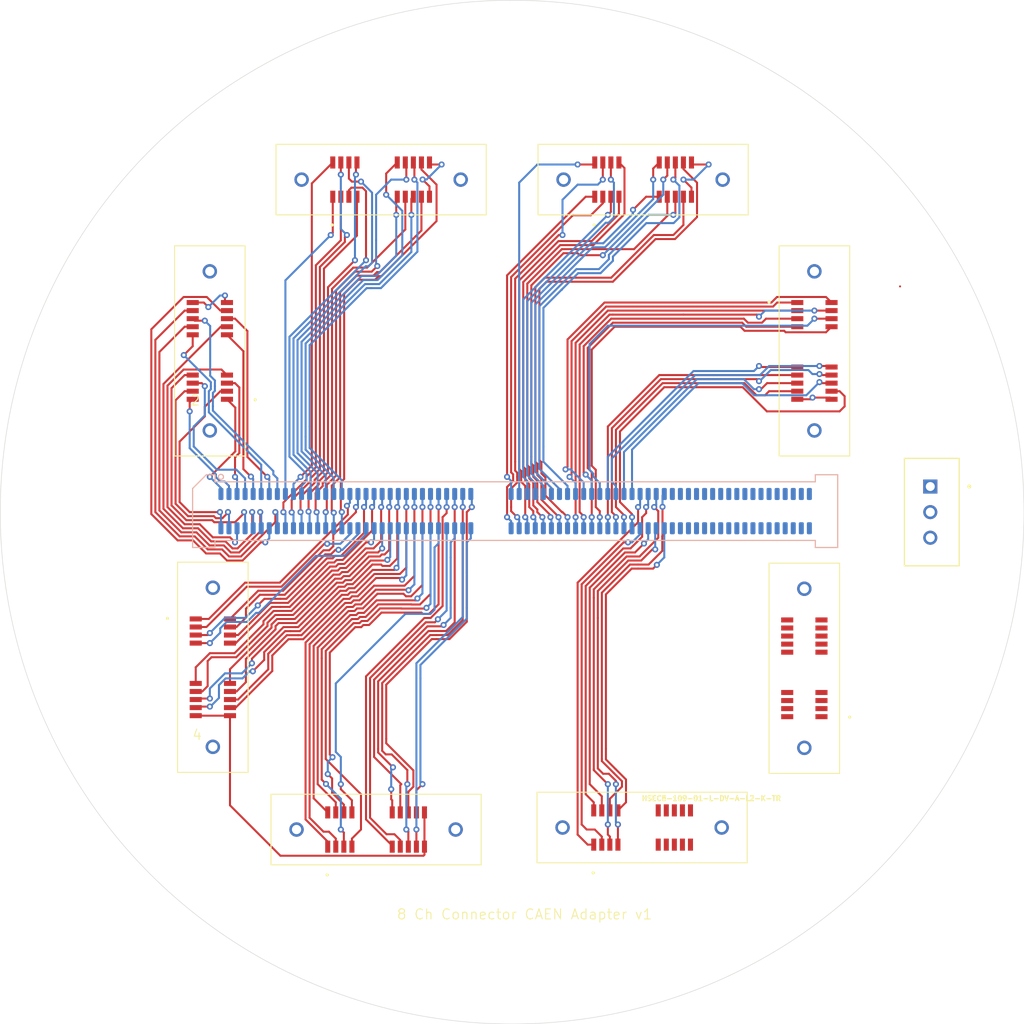
<source format=kicad_pcb>
(kicad_pcb (version 20241229) (generator "pcbnew") (generator_version "9.0")
  (layers (0 "F.Cu" signal) (2 "B.Cu" signal) (13 "F.Paste" user) (15 "B.Paste" user) (5 "F.SilkS" user "F.Silkscreen") (7 "B.SilkS" user "B.Silkscreen") (1 "F.Mask" user) (3 "B.Mask" user) (25 "Edge.Cuts" user))
  (net 0 "")
  (net 1 "A0")
  (net 2 "K0")
  (net 3 "A2")
  (net 4 "K2")
  (net 5 "A1")
  (net 6 "K1")
  (net 7 "K3")
  (net 8 "A3")
  (net 9 "A5")
  (net 10 "K5")
  (net 11 "A4")
  (net 12 "K4")
  (net 13 "A7")
  (net 14 "K7")
  (net 15 "A6")
  (net 16 "K6")
  (net 17 "A8")
  (net 18 "A9")
  (net 19 "A10")
  (net 20 "A11")
  (net 21 "K12")
  (net 22 "K11")
  (net 23 "K10")
  (net 24 "K9")
  (net 25 "K8")
  (net 26 "A12")
  (net 27 "A13")
  (net 28 "K13")
  (net 29 "K15")
  (net 30 "A15")
  (net 31 "A14")
  (net 32 "K14")
  (net 33 "GND")
  (net 34 "A16")
  (net 35 "A17")
  (net 36 "A18")
  (net 37 "K16")
  (net 38 "K17")
  (net 39 "K18")
  (net 40 "K19")
  (net 41 "K20")
  (net 42 "K21")
  (net 43 "K22")
  (net 44 "K23")
  (net 45 "A19")
  (net 46 "A20")
  (net 47 "A21")
  (net 48 "A22")
  (net 49 "A23")
  (net 50 "K24")
  (net 51 "K25")
  (net 52 "K26")
  (net 53 "K27")
  (net 54 "K28")
  (net 55 "K29")
  (net 56 "K30")
  (net 57 "K31")
  (net 58 "A24")
  (net 59 "A25")
  (net 60 "A26")
  (net 61 "A27")
  (net 62 "A28")
  (net 63 "A29")
  (net 64 "A30")
  (net 65 "A31")
  (net 66 "K32")
  (net 67 "K33")
  (net 68 "K34")
  (net 69 "K35")
  (net 70 "K36")
  (net 71 "K37")
  (net 72 "K38")
  (net 73 "K39")
  (net 74 "A32")
  (net 75 "A33")
  (net 76 "A34")
  (net 77 "A35")
  (net 78 "A36")
  (net 79 "A37")
  (net 80 "A38")
  (net 81 "A39")
  (net 82 "K40")
  (net 83 "K41")
  (net 84 "K42")
  (net 85 "K43")
  (net 86 "K44")
  (net 87 "K45")
  (net 88 "K46")
  (net 89 "K47")
  (net 90 "A40")
  (net 91 "A41")
  (net 92 "K48")
  (net 93 "A42")
  (net 94 "A43")
  (net 95 "A44")
  (net 96 "A45")
  (net 97 "A46")
  (net 98 "A47")
  (net 99 "K49")
  (net 100 "K50")
  (net 101 "K51")
  (net 102 "K52")
  (net 103 "K53")
  (net 104 "K54")
  (net 105 "K55")
  (net 106 "A48")
  (net 107 "A49")
  (net 108 "A50")
  (net 109 "A51")
  (net 110 "A52")
  (net 111 "A53")
  (net 112 "A54")
  (net 113 "A55")
  (net 114 "K56")
  (net 115 "K57")
  (net 116 "K58")
  (net 117 "K59")
  (net 118 "K60")
  (net 119 "K61")
  (net 120 "K62")
  (net 121 "K63")
  (net 122 "A56")
  (net 123 "A57")
  (net 124 "A58")
  (net 125 "A59")
  (net 126 "A60")
  (net 127 "A61")
  (net 128 "A62")
  (net 129 "A63")
  (footprint "KiCad:HSEC810901LDVAL2KTR" (layer "F.Cu") (at 175.9 116.3)
    (property "Reference" "J**" (hide yes))
    (property "Value" "HSEC810901LDVAL2KTR" (hide yes))
  )
  (footprint "KiCad:HSEC810901LDVAL2KTR" (layer "F.Cu") (at 176 52)
    (property "Reference" "J**" (hide yes))
    (property "Value" "HSEC810901LDVAL2KTR" (hide yes))
  )
  (footprint "KiCad:HSEC810901LDVAL2KTR" (layer "F.Cu") (at 133 69 90)
    (property "Reference" "J**" (hide yes))
    (property "Value" "HSEC810901LDVAL2KTR" (hide yes))
  )
  (footprint "AMPMODU:TE_103414-1" (layer "F.Cu") (at 204.5 85 -90)
    (property "Reference" "REF**" (hide yes))
    (property "Value" "TE_103414-1")
  )
  (footprint "KiCad:HSEC810901LDVAL2KTR" (layer "F.Cu") (at 150 52)
    (property "Reference" "J**" (hide yes))
    (property "Value" "HSEC810901LDVAL2KTR" (hide yes))
  )
  (footprint "KiCad:HSEC810901LDVAL2KTR" (layer "F.Cu") (at 149.5 116.5)
    (property "Reference" "J**" (hide yes))
    (property "Value" "HSEC810901LDVAL2KTR" (hide yes))
  )
  (footprint "KiCad:HSEC810901LDVAL2KTR" (layer "F.Cu") (at 192 100.5 90)
    (property "Reference" "J**" (hide yes))
    (property "Value" "HSEC810901LDVAL2KTR" (hide yes))
  )
  (footprint "KiCad:HSEC810901LDVAL2KTR" (layer "F.Cu") (at 133.3 100.4 -90)
    (property "Reference" "J**" (hide yes))
    (property "Value" "HSEC810901LDVAL2KTR" (hide yes))
  )
  (footprint "KiCad:HSEC810901LDVAL2KTR" (layer "F.Cu") (at 193 69 -90)
    (property "Reference" "J**" (hide yes))
    (property "Value" "HSEC810901LDVAL2KTR" (hide yes))
  )
  (footprint "Connector_Samtec_HSEC8:Samtec_HSEC8-170-01-X-DV-A_2x70_P0.8mm_Pol32_Socket_AlignmentPins" (layer "B.Cu") (at 163.3 84.9)
    (property "Reference" "REF**" (hide yes))
    (property "Value" "Samtec_HSEC8-170-01-X-DV-A_2x70_P0.8mm_Pol32_Socket_AlignmentPins" (hide yes))
  )
  (gr_line (start 201.5 62.6) (end 201.5 62.6) (stroke (width 0.2)) (layer "F.Cu"))
  (gr_circle (center 163 85) (end 213.8 85) (stroke (width 0.05)) (fill no) (layer "Edge.Cuts"))
  (gr_text "2" (at 131 74.5 0) (layer "F.SilkS") (effects (font (size 1 1) (thickness 0.1)) (justify left bottom)))
  (gr_text "HSEC8-109-01-L-DV-A-L2-K-TR" (at 175.8 113.7 0) (layer "F.SilkS") (effects (font (size 0.5 0.5) (thickness 0.125)) (justify left bottom)))
  (gr_text "8 Ch Connector CAEN Adapter v1" (at 151.5 125.5 0) (layer "F.SilkS") (effects (font (size 1 1) (thickness 0.1)) (justify left bottom)))
  (gr_text "4" (at 131.2 107.7 0) (layer "F.SilkS") (effects (font (size 1 1) (thickness 0.1)) (justify left bottom)))
  (segment (start 135.526 74.626) (end 134.7 73.8) (width 0.2) (layer "F.Cu") (net 1))
  (segment (start 133 81.5) (end 135.526 78.974) (width 0.2) (layer "F.Cu") (net 1))
  (segment (start 135.526 78.974) (end 135.526 74.626) (width 0.2) (layer "F.Cu") (net 1))
  (via (at 133 81.5) (size 0.6) (drill 0.3) (layers "F.Cu" "B.Cu") (net 1))
  (segment (start 134.1 83.2) (end 134.1 82.6) (width 0.2) (layer "B.Cu") (net 1))
  (segment (start 134.1 82.6) (end 133 81.5) (width 0.2) (layer "B.Cu") (net 1))
  (segment (start 131 74.1) (end 131.3 73.8) (width 0.2) (layer "F.Cu") (net 2))
  (segment (start 131 75) (end 131 74.1) (width 0.2) (layer "F.Cu") (net 2))
  (via (at 131 75) (size 0.6) (drill 0.3) (layers "F.Cu" "B.Cu") (net 2))
  (segment (start 134.9 82.4) (end 134.46645 81.96645) (width 0.2) (layer "B.Cu") (net 2))
  (segment (start 134.46645 81.96645) (end 134.03355 81.96645) (width 0.2) (layer "B.Cu") (net 2))
  (segment (start 133.248943 80.899) (end 131 78.650057) (width 0.2) (layer "B.Cu") (net 2))
  (segment (start 133.601 81.5) (end 133.601 81.251057) (width 0.2) (layer "B.Cu") (net 2))
  (segment (start 134.9 83.2) (end 134.9 82.4) (width 0.2) (layer "B.Cu") (net 2))
  (segment (start 133.601 81.5339) (end 133.601 81.5) (width 0.2) (layer "B.Cu") (net 2))
  (segment (start 131 78.650057) (end 131 75) (width 0.2) (layer "B.Cu") (net 2))
  (segment (start 134.03355 81.96645) (end 133.601 81.5339) (width 0.2) (layer "B.Cu") (net 2))
  (segment (start 133.601 81.251057) (end 133.248943 80.899) (width 0.2) (layer "B.Cu") (net 2))
  (segment (start 135.5 79.5671) (end 135.927 79.1401) (width 0.2) (layer "F.Cu") (net 3))
  (segment (start 135.5 81.5) (end 135.5 79.5671) (width 0.2) (layer "F.Cu") (net 3))
  (segment (start 135.5 72.2) (end 134.7 72.2) (width 0.2) (layer "F.Cu") (net 3))
  (segment (start 135.927 79.1401) (end 135.927 72.627) (width 0.2) (layer "F.Cu") (net 3))
  (segment (start 135.927 72.627) (end 135.5 72.2) (width 0.2) (layer "F.Cu") (net 3))
  (via (at 135.5 81.5) (size 0.6) (drill 0.3) (layers "F.Cu" "B.Cu") (net 3))
  (segment (start 135.7 83.2) (end 135.7 81.7) (width 0.2) (layer "B.Cu") (net 3))
  (segment (start 135.7 81.7) (end 135.5 81.5) (width 0.2) (layer "B.Cu") (net 3))
  (segment (start 132.2 72.2) (end 131.3 72.2) (width 0.2) (layer "F.Cu") (net 4))
  (segment (start 132.5 72.5) (end 132.2 72.2) (width 0.2) (layer "F.Cu") (net 4))
  (via (at 132.5 72.5) (size 0.6) (drill 0.3) (layers "F.Cu" "B.Cu") (net 4))
  (segment (start 132.958521 80.041478) (end 131.458521 78.541478) (width 0.2) (layer "B.Cu") (net 4))
  (segment (start 132.5 75.401) (end 132.5 72.5) (width 0.2) (layer "B.Cu") (net 4))
  (segment (start 133.708521 80.791478) (end 132.958521 80.041478) (width 0.2) (layer "B.Cu") (net 4))
  (segment (start 135.641421 80.791478) (end 133.708521 80.791478) (width 0.2) (layer "B.Cu") (net 4))
  (segment (start 131.401 78.483957) (end 131.401 76.5) (width 0.2) (layer "B.Cu") (net 4))
  (segment (start 136.5 81.650057) (end 135.641421 80.791478) (width 0.2) (layer "B.Cu") (net 4))
  (segment (start 131.458521 78.541478) (end 131.401 78.483957) (width 0.2) (layer "B.Cu") (net 4))
  (segment (start 131.401 76.5) (end 132.5 75.401) (width 0.2) (layer "B.Cu") (net 4))
  (segment (start 136.5 83.2) (end 136.5 81.650057) (width 0.2) (layer "B.Cu") (net 4))
  (segment (start 134 85) (end 131 85) (width 0.2) (layer "F.Cu") (net 5))
  (segment (start 132.5 75.5) (end 132.5 74.548) (width 0.2) (layer "F.Cu") (net 5))
  (segment (start 130 84) (end 130 78) (width 0.2) (layer "F.Cu") (net 5))
  (segment (start 130 78) (end 132.5 75.5) (width 0.2) (layer "F.Cu") (net 5))
  (segment (start 131 85) (end 130 84) (width 0.2) (layer "F.Cu") (net 5))
  (segment (start 132.5 74.548) (end 134.048 73) (width 0.2) (layer "F.Cu") (net 5))
  (segment (start 134.048 73) (end 134.7 73) (width 0.2) (layer "F.Cu") (net 5))
  (via (at 134 85) (size 0.6) (drill 0.3) (layers "F.Cu" "B.Cu") (net 5))
  (segment (start 134.1 86.6) (end 134.1 85.1) (width 0.2) (layer "B.Cu") (net 5))
  (segment (start 134.1 85.1) (end 134 85) (width 0.2) (layer "B.Cu") (net 5))
  (segment (start 134.248943 85.601) (end 133.601 85.601) (width 0.2) (layer "F.Cu") (net 6))
  (segment (start 133.401 85.401) (end 130.8339 85.401) (width 0.2) (layer "F.Cu") (net 6))
  (segment (start 130.5 73) (end 131.3 73) (width 0.2) (layer "F.Cu") (net 6))
  (segment (start 134.800003 85.04994) (end 134.248943 85.601) (width 0.2) (layer "F.Cu") (net 6))
  (segment (start 129.599 73.901) (end 130.5 73) (width 0.2) (layer "F.Cu") (net 6))
  (segment (start 130.8339 85.401) (end 129.599 84.1661) (width 0.2) (layer "F.Cu") (net 6))
  (segment (start 133.601 85.601) (end 133.401 85.401) (width 0.2) (layer "F.Cu") (net 6))
  (segment (start 134.800003 85) (end 134.800003 85.04994) (width 0.2) (layer "F.Cu") (net 6))
  (segment (start 129.599 84.1661) (end 129.599 73.901) (width 0.2) (layer "F.Cu") (net 6))
  (via (at 134.800003 85) (size 0.6) (drill 0.3) (layers "F.Cu" "B.Cu") (net 6))
  (segment (start 134.9 85.099997) (end 134.800003 85) (width 0.2) (layer "B.Cu") (net 6))
  (segment (start 134.9 86.6) (end 134.9 85.099997) (width 0.2) (layer "B.Cu") (net 6))
  (segment (start 129.198 84.3322) (end 129.198 72.702) (width 0.2) (layer "F.Cu") (net 7))
  (segment (start 130.6678 85.802) (end 129.198 84.3322) (width 0.2) (layer "F.Cu") (net 7))
  (segment (start 136.400009 85) (end 136.400009 85.099991) (width 0.2) (layer "F.Cu") (net 7))
  (segment (start 135.498 86.002) (end 133.4349 86.002) (width 0.2) (layer "F.Cu") (net 7))
  (segment (start 130.5 71.4) (end 131.3 71.4) (width 0.2) (layer "F.Cu") (net 7))
  (segment (start 133.2349 85.802) (end 130.6678 85.802) (width 0.2) (layer "F.Cu") (net 7))
  (segment (start 136.400009 85.099991) (end 135.498 86.002) (width 0.2) (layer "F.Cu") (net 7))
  (segment (start 129.198 72.702) (end 130.5 71.4) (width 0.2) (layer "F.Cu") (net 7))
  (segment (start 133.4349 86.002) (end 133.2349 85.802) (width 0.2) (layer "F.Cu") (net 7))
  (via (at 136.400009 85) (size 0.6) (drill 0.3) (layers "F.Cu" "B.Cu") (net 7))
  (segment (start 136.5 86.6) (end 136.5 85.099991) (width 0.2) (layer "B.Cu") (net 7))
  (segment (start 136.5 85.099991) (end 136.400009 85) (width 0.2) (layer "B.Cu") (net 7))
  (segment (start 130.399 70.849) (end 134.149 70.849) (width 0.2) (layer "F.Cu") (net 8))
  (segment (start 128.797 84.4983) (end 128.797 72.451) (width 0.2) (layer "F.Cu") (net 8))
  (segment (start 135.5 88) (end 135 87.5) (width 0.2) (layer "F.Cu") (net 8))
  (segment (start 132 86.203) (end 130.5017 86.203) (width 0.2) (layer "F.Cu") (net 8))
  (segment (start 134.149 70.849) (end 134.7 71.4) (width 0.2) (layer "F.Cu") (net 8))
  (segment (start 128.797 72.451) (end 130.399 70.849) (width 0.2) (layer "F.Cu") (net 8))
  (segment (start 133.297 87.5) (end 132 86.203) (width 0.2) (layer "F.Cu") (net 8))
  (segment (start 135 87.5) (end 133.297 87.5) (width 0.2) (layer "F.Cu") (net 8))
  (segment (start 130.5017 86.203) (end 128.797 84.4983) (width 0.2) (layer "F.Cu") (net 8))
  (via (at 135.5 88) (size 0.6) (drill 0.3) (layers "F.Cu" "B.Cu") (net 8))
  (segment (start 135.7 86.6) (end 135.7 87.8) (width 0.2) (layer "B.Cu") (net 8))
  (segment (start 135.7 87.8) (end 135.5 88) (width 0.2) (layer "B.Cu") (net 8))
  (segment (start 134.0809 66.6) (end 134.7 66.6) (width 0.2) (layer "F.Cu") (net 9))
  (segment (start 137.200012 87.149931) (end 135.748943 88.601) (width 0.2) (layer "F.Cu") (net 9))
  (segment (start 133.1309 87.901) (end 131.8339 86.604) (width 0.2) (layer "F.Cu") (net 9))
  (segment (start 131.8339 86.604) (end 130.3356 86.604) (width 0.2) (layer "F.Cu") (net 9))
  (segment (start 130.3356 86.604) (end 128.396 84.6644) (width 0.2) (layer "F.Cu") (net 9))
  (segment (start 134.551057 87.901) (end 133.1309 87.901) (width 0.2) (layer "F.Cu") (net 9))
  (segment (start 137.200012 85) (end 137.200012 87.149931) (width 0.2) (layer "F.Cu") (net 9))
  (segment (start 135.251057 88.601) (end 134.551057 87.901) (width 0.2) (layer "F.Cu") (net 9))
  (segment (start 135.748943 88.601) (end 135.251057 88.601) (width 0.2) (layer "F.Cu") (net 9))
  (segment (start 128.396 84.6644) (end 128.396 72.2849) (width 0.2) (layer "F.Cu") (net 9))
  (segment (start 128.396 72.2849) (end 134.0809 66.6) (width 0.2) (layer "F.Cu") (net 9))
  (via (at 137.200012 85) (size 0.6) (drill 0.3) (layers "F.Cu" "B.Cu") (net 9))
  (segment (start 137.3 86.6) (end 137.3 85.099988) (width 0.2) (layer "B.Cu") (net 9))
  (segment (start 137.3 85.099988) (end 137.200012 85) (width 0.2) (layer "B.Cu") (net 9))
  (segment (start 135.915043 89.002) (end 135.084957 89.002) (width 0.2) (layer "F.Cu") (net 10))
  (segment (start 130.1695 87.005) (end 127.995 84.8305) (width 0.2) (layer "F.Cu") (net 10))
  (segment (start 138.000015 85) (end 138.000015 86.917028) (width 0.2) (layer "F.Cu") (net 10))
  (segment (start 127.995 69.105) (end 130.5 66.6) (width 0.2) (layer "F.Cu") (net 10))
  (segment (start 138.000015 86.917028) (end 135.915043 89.002) (width 0.2) (layer "F.Cu") (net 10))
  (segment (start 132.9648 88.302) (end 131.6678 87.005) (width 0.2) (layer "F.Cu") (net 10))
  (segment (start 127.995 84.8305) (end 127.995 69.105) (width 0.2) (layer "F.Cu") (net 10))
  (segment (start 134.384957 88.302) (end 132.9648 88.302) (width 0.2) (layer "F.Cu") (net 10))
  (segment (start 130.5 66.6) (end 131.3 66.6) (width 0.2) (layer "F.Cu") (net 10))
  (segment (start 135.084957 89.002) (end 134.384957 88.302) (width 0.2) (layer "F.Cu") (net 10))
  (segment (start 131.6678 87.005) (end 130.1695 87.005) (width 0.2) (layer "F.Cu") (net 10))
  (via (at 138.000015 85) (size 0.6) (drill 0.3) (layers "F.Cu" "B.Cu") (net 10))
  (segment (start 138.1 86.6) (end 138.1 85.099985) (width 0.2) (layer "B.Cu") (net 10))
  (segment (start 138.1 85.099985) (end 138.000015 85) (width 0.2) (layer "B.Cu") (net 10))
  (segment (start 136.328 69.028) (end 134.7 67.4) (width 0.2) (layer "F.Cu") (net 11))
  (segment (start 136.328 80.73091) (end 136.328 69.028) (width 0.2) (layer "F.Cu") (net 11))
  (segment (start 137.074678 81.477588) (end 136.328 80.73091) (width 0.2) (layer "F.Cu") (net 11))
  (via (at 137.074678 81.477588) (size 0.6) (drill 0.3) (layers "F.Cu" "B.Cu") (net 11))
  (segment (start 137.3 83.2) (end 137.3 81.70291) (width 0.2) (layer "B.Cu") (net 11))
  (segment (start 137.3 81.70291) (end 137.074678 81.477588) (width 0.2) (layer "B.Cu") (net 11))
  (segment (start 130.416185 69.416185) (end 131.3 68.53237) (width 0.2) (layer "F.Cu") (net 12))
  (segment (start 131.3 68.53237) (end 131.3 67.4) (width 0.2) (layer "F.Cu") (net 12))
  (via (at 130.416185 69.416185) (size 0.6) (drill 0.3) (layers "F.Cu" "B.Cu") (net 12))
  (segment (start 132.901 73) (end 133.101 72.8) (width 0.2) (layer "B.Cu") (net 12))
  (segment (start 132.901 74) (end 132.901 73) (width 0.2) (layer "B.Cu") (net 12))
  (segment (start 138.1 80.294017) (end 132.901 75.095017) (width 0.2) (layer "B.Cu") (net 12))
  (segment (start 133.101 72.8) (end 133.101 72.5) (width 0.2) (layer "B.Cu") (net 12))
  (segment (start 132.901 75.095017) (end 132.901 74) (width 0.2) (layer "B.Cu") (net 12))
  (segment (start 133.101 72.101) (end 130.416185 69.416185) (width 0.2) (layer "B.Cu") (net 12))
  (segment (start 138.1 83.2) (end 138.1 80.294017) (width 0.2) (layer "B.Cu") (net 12))
  (segment (start 133.101 72.5) (end 133.101 72.101) (width 0.2) (layer "B.Cu") (net 12))
  (segment (start 138.051243 88) (end 136.247243 89.804) (width 0.2) (layer "F.Cu") (net 13))
  (segment (start 138.5 88) (end 138.051243 88) (width 0.2) (layer "F.Cu") (net 13))
  (segment (start 127.193 85.193) (end 127.193 66.855) (width 0.2) (layer "F.Cu") (net 13))
  (segment (start 132.697 63.649) (end 134.048 65) (width 0.2) (layer "F.Cu") (net 13))
  (segment (start 134.7 89.804) (end 134 89.104) (width 0.2) (layer "F.Cu") (net 13))
  (segment (start 134.048 65) (end 134.7 65) (width 0.2) (layer "F.Cu") (net 13))
  (segment (start 134 89.104) (end 132.6326 89.104) (width 0.2) (layer "F.Cu") (net 13))
  (segment (start 129.807 87.807) (end 127.193 85.193) (width 0.2) (layer "F.Cu") (net 13))
  (segment (start 127.193 66.855) (end 130.399 63.649) (width 0.2) (layer "F.Cu") (net 13))
  (segment (start 130.399 63.649) (end 132.697 63.649) (width 0.2) (layer "F.Cu") (net 13))
  (segment (start 136.247243 89.804) (end 134.7 89.804) (width 0.2) (layer "F.Cu") (net 13))
  (segment (start 131.3356 87.807) (end 129.807 87.807) (width 0.2) (layer "F.Cu") (net 13))
  (segment (start 132.6326 89.104) (end 131.3356 87.807) (width 0.2) (layer "F.Cu") (net 13))
  (via (at 138.5 88) (size 0.6) (drill 0.3) (layers "F.Cu" "B.Cu") (net 13))
  (segment (start 138.9 86.6) (end 138.9 87.6) (width 0.2) (layer "B.Cu") (net 13))
  (segment (start 138.9 87.6) (end 138.5 88) (width 0.2) (layer "B.Cu") (net 13))
  (segment (start 130.0034 87.406) (end 127.594 84.9966) (width 0.2) (layer "F.Cu") (net 14))
  (segment (start 136.081143 89.403) (end 134.918857 89.403) (width 0.2) (layer "F.Cu") (net 14))
  (segment (start 134.218857 88.703) (end 132.7987 88.703) (width 0.2) (layer "F.Cu") (net 14))
  (segment (start 130.5 65) (end 131.3 65) (width 0.2) (layer "F.Cu") (net 14))
  (segment (start 134.918857 89.403) (end 134.218857 88.703) (width 0.2) (layer "F.Cu") (net 14))
  (segment (start 127.594 67.906) (end 130.5 65) (width 0.2) (layer "F.Cu") (net 14))
  (segment (start 139.5 85.984143) (end 136.081143 89.403) (width 0.2) (layer "F.Cu") (net 14))
  (segment (start 131.5017 87.406) (end 130.0034 87.406) (width 0.2) (layer "F.Cu") (net 14))
  (segment (start 127.594 84.9966) (end 127.594 67.906) (width 0.2) (layer "F.Cu") (net 14))
  (segment (start 132.7987 88.703) (end 131.5017 87.406) (width 0.2) (layer "F.Cu") (net 14))
  (segment (start 139.5 85) (end 139.5 85.984143) (width 0.2) (layer "F.Cu") (net 14))
  (via (at 139.5 85) (size 0.6) (drill 0.3) (layers "F.Cu" "B.Cu") (net 14))
  (segment (start 139.7 85.2) (end 139.5 85) (width 0.2) (layer "B.Cu") (net 14))
  (segment (start 139.7 86.6) (end 139.7 85.2) (width 0.2) (layer "B.Cu") (net 14))
  (segment (start 136.729 67.029) (end 135.5 65.8) (width 0.2) (layer "F.Cu") (net 15))
  (segment (start 136.729 79.529) (end 136.729 67.029) (width 0.2) (layer "F.Cu") (net 15))
  (segment (start 138.7 81.5) (end 136.729 79.529) (width 0.2) (layer "F.Cu") (net 15))
  (segment (start 135.5 65.8) (end 134.7 65.8) (width 0.2) (layer "F.Cu") (net 15))
  (via (at 138.7 81.5) (size 0.6) (drill 0.3) (layers "F.Cu" "B.Cu") (net 15))
  (segment (start 138.9 81.7) (end 138.7 81.5) (width 0.2) (layer "B.Cu") (net 15))
  (segment (start 138.9 83.2) (end 138.9 81.7) (width 0.2) (layer "B.Cu") (net 15))
  (segment (start 131.5 66) (end 131.3 65.8) (width 0.2) (layer "F.Cu") (net 16))
  (segment (start 132.5 66) (end 131.5 66) (width 0.2) (layer "F.Cu") (net 16))
  (via (at 132.5 66) (size 0.6) (drill 0.3) (layers "F.Cu" "B.Cu") (net 16))
  (segment (start 139.7 81.650057) (end 139.301 81.251057) (width 0.2) (layer "B.Cu") (net 16))
  (segment (start 133.03355 71.46645) (end 133.03355 66.53355) (width 0.2) (layer "B.Cu") (net 16))
  (segment (start 139.301 81.251057) (end 139.301 80.927917) (width 0.2) (layer "B.Cu") (net 16))
  (segment (start 133.03355 66.53355) (end 132.5 66) (width 0.2) (layer "B.Cu") (net 16))
  (segment (start 133.502 72.5) (end 133.502 71.9349) (width 0.2) (layer "B.Cu") (net 16))
  (segment (start 133.302 74.5) (end 133.302 73.1661) (width 0.2) (layer "B.Cu") (net 16))
  (segment (start 138.186541 79.813458) (end 133.302 74.928917) (width 0.2) (layer "B.Cu") (net 16))
  (segment (start 133.302 73.1661) (end 133.502 72.9661) (width 0.2) (layer "B.Cu") (net 16))
  (segment (start 139.301 80.927917) (end 138.186541 79.813458) (width 0.2) (layer "B.Cu") (net 16))
  (segment (start 139.7 83.2) (end 139.7 81.650057) (width 0.2) (layer "B.Cu") (net 16))
  (segment (start 133.502 72.9661) (end 133.502 72.5) (width 0.2) (layer "B.Cu") (net 16))
  (segment (start 133.302 74.928917) (end 133.302 74.5) (width 0.2) (layer "B.Cu") (net 16))
  (segment (start 133.502 71.9349) (end 133.03355 71.46645) (width 0.2) (layer "B.Cu") (net 16))
  (segment (start 145.2 57.3) (end 145.2 53.7) (width 0.2) (layer "F.Cu") (net 17))
  (segment (start 145 57.5) (end 145.2 57.3) (width 0.2) (layer "F.Cu") (net 17))
  (via (at 145 57.5) (size 0.6) (drill 0.3) (layers "F.Cu" "B.Cu") (net 17))
  (segment (start 140.5 62) (end 145 57.5) (width 0.2) (layer "B.Cu") (net 17))
  (segment (start 140.5 83.2) (end 140.5 62) (width 0.2) (layer "B.Cu") (net 17))
  (segment (start 143.5225 60.5) (end 146 58.0225) (width 0.2) (layer "F.Cu") (net 18))
  (segment (start 143.5225 80.5446) (end 143.5225 60.5) (width 0.2) (layer "F.Cu") (net 18))
  (segment (start 142.601 81.4661) (end 143.5225 80.5446) (width 0.2) (layer "F.Cu") (net 18))
  (segment (start 146 58.0225) (end 146 53.7) (width 0.2) (layer "F.Cu") (net 18))
  (segment (start 140.300003 84.04994) (end 142.601 81.748943) (width 0.2) (layer "F.Cu") (net 18))
  (segment (start 140.300003 85) (end 140.300003 84.04994) (width 0.2) (layer "F.Cu") (net 18))
  (segment (start 142.601 81.748943) (end 142.601 81.4661) (width 0.2) (layer "F.Cu") (net 18))
  (via (at 140.300003 85) (size 0.6) (drill 0.3) (layers "F.Cu" "B.Cu") (net 18))
  (segment (start 140.5 85.199997) (end 140.300003 85) (width 0.2) (layer "B.Cu") (net 18))
  (segment (start 140.5 86.6) (end 140.5 85.199997) (width 0.2) (layer "B.Cu") (net 18))
  (segment (start 147.049 52.799) (end 148.151 52.799) (width 0.2) (layer "F.Cu") (net 19))
  (segment (start 148.5 53.148) (end 148.5 60) (width 0.2) (layer "F.Cu") (net 19))
  (segment (start 148.151 52.799) (end 148.5 53.148) (width 0.2) (layer "F.Cu") (net 19))
  (segment (start 146.8 53.048) (end 147.049 52.799) (width 0.2) (layer "F.Cu") (net 19))
  (segment (start 146.8 53.7) (end 146.8 53.048) (width 0.2) (layer "F.Cu") (net 19))
  (via (at 148.5 60) (size 0.6) (drill 0.3) (layers "F.Cu" "B.Cu") (net 19))
  (segment (start 142.601 81.2) (end 142.601 81.899) (width 0.2) (layer "B.Cu") (net 19))
  (segment (start 142.601 81.899) (end 142.1 82.4) (width 0.2) (layer "B.Cu") (net 19))
  (segment (start 148.5 60) (end 140.901 67.599) (width 0.2) (layer "B.Cu") (net 19))
  (segment (start 140.901 79.5) (end 142.601 81.2) (width 0.2) (layer "B.Cu") (net 19))
  (segment (start 140.901 67.599) (end 140.901 79.5) (width 0.2) (layer "B.Cu") (net 19))
  (segment (start 142.1 82.4) (end 142.1 83.2) (width 0.2) (layer "B.Cu") (net 19))
  (segment (start 147.6 57.5567) (end 147.6 53.7) (width 0.2) (layer "F.Cu") (net 20))
  (segment (start 143.403 81.7983) (end 144.3245 80.8768) (width 0.2) (layer "F.Cu") (net 20))
  (segment (start 142 83.484143) (end 143.403 82.081143) (width 0.2) (layer "F.Cu") (net 20))
  (segment (start 143.403 82.081143) (end 143.403 81.7983) (width 0.2) (layer "F.Cu") (net 20))
  (segment (start 144.3245 60.8322) (end 147.6 57.5567) (width 0.2) (layer "F.Cu") (net 20))
  (segment (start 144.3245 80.8768) (end 144.3245 60.8322) (width 0.2) (layer "F.Cu") (net 20))
  (segment (start 142 85) (end 142 83.484143) (width 0.2) (layer "F.Cu") (net 20))
  (via (at 142 85) (size 0.6) (drill 0.3) (layers "F.Cu" "B.Cu") (net 20))
  (segment (start 142.1 85.1) (end 142 85) (width 0.2) (layer "B.Cu") (net 20))
  (segment (start 142.1 86.6) (end 142.1 85.1) (width 0.2) (layer "B.Cu") (net 20))
  (segment (start 150.5 53.5) (end 150.5 51.4) (width 0.2) (layer "F.Cu") (net 21))
  (segment (start 150.5 51.4) (end 151.6 50.3) (width 0.2) (layer "F.Cu") (net 21))
  (via (at 150.5 53.5) (size 0.6) (drill 0.3) (layers "F.Cu" "B.Cu") (net 21))
  (segment (start 152.101 59.514515) (end 149.647415 61.9681) (width 0.2) (layer "B.Cu") (net 21))
  (segment (start 150.5 53.5) (end 152.101 55.101) (width 0.2) (layer "B.Cu") (net 21))
  (segment (start 148.2332 61.9681) (end 142.104 68.0973) (width 0.2) (layer "B.Cu") (net 21))
  (segment (start 144.5 81.3658) (end 144.5 83.2) (width 0.2) (layer "B.Cu") (net 21))
  (segment (start 142.104 68.0973) (end 142.104 78.9698) (width 0.2) (layer "B.Cu") (net 21))
  (segment (start 142.104 78.9698) (end 144.5 81.3658) (width 0.2) (layer "B.Cu") (net 21))
  (segment (start 152.101 55.101) (end 152.101 59.514515) (width 0.2) (layer "B.Cu") (net 21))
  (segment (start 149.647415 61.9681) (end 148.2332 61.9681) (width 0.2) (layer "B.Cu") (net 21))
  (segment (start 143.804 81.9644) (end 144.7255 81.0429) (width 0.2) (layer "F.Cu") (net 22))
  (segment (start 147.5 50.4) (end 147.6 50.3) (width 0.2) (layer "F.Cu") (net 22))
  (segment (start 142.798227 83.253016) (end 143.804 82.247243) (width 0.2) (layer "F.Cu") (net 22))
  (segment (start 143.804 82.247243) (end 143.804 81.9644) (width 0.2) (layer "F.Cu") (net 22))
  (segment (start 147.5 51.5) (end 147.5 50.4) (width 0.2) (layer "F.Cu") (net 22))
  (segment (start 142.798227 84.946727) (end 142.798227 83.253016) (width 0.2) (layer "F.Cu") (net 22))
  (segment (start 144.7255 62.6765) (end 147.402 60) (width 0.2) (layer "F.Cu") (net 22))
  (segment (start 144.7255 81.0429) (end 144.7255 62.6765) (width 0.2) (layer "F.Cu") (net 22))
  (via (at 147.5 51.5) (size 0.6) (drill 0.3) (layers "F.Cu" "B.Cu") (net 22))
  (via (at 147.402 60) (size 0.6) (drill 0.3) (layers "F.Cu" "B.Cu") (net 22))
  (via (at 142.798227 84.946727) (size 0.6) (drill 0.3) (layers "F.Cu" "B.Cu") (net 22))
  (segment (start 147.402 60) (end 147.402 51.598) (width 0.2) (layer "B.Cu") (net 22))
  (segment (start 142.9 86.6) (end 142.9 85.0485) (width 0.2) (layer "B.Cu") (net 22))
  (segment (start 147.402 51.598) (end 147.5 51.5) (width 0.2) (layer "B.Cu") (net 22))
  (segment (start 142.9 85.0485) (end 142.798227 84.946727) (width 0.2) (layer "B.Cu") (net 22))
  (segment (start 146.8 51.9) (end 146.8 50.3) (width 0.2) (layer "F.Cu") (net 23))
  (segment (start 148.002 52.199) (end 147.099 52.199) (width 0.2) (layer "F.Cu") (net 23))
  (segment (start 147.099 52.199) (end 146.8 51.9) (width 0.2) (layer "F.Cu") (net 23))
  (via (at 148.002 52.199) (size 0.6) (drill 0.3) (layers "F.Cu" "B.Cu") (net 23))
  (segment (start 141.302 67.7651) (end 142.03355 67.03355) (width 0.2) (layer "B.Cu") (net 23))
  (segment (start 142.03355 67.03355) (end 147.53355 61.53355) (width 0.2) (layer "B.Cu") (net 23))
  (segment (start 141.302 79.302) (end 141.302 78.5) (width 0.2) (layer "B.Cu") (net 23))
  (segment (start 143.002 81.002) (end 142.5 80.5) (width 0.2) (layer "B.Cu") (net 23))
  (segment (start 148.4661 60.601) (end 148.5 60.601) (width 0.2) (layer "B.Cu") (net 23))
  (segment (start 142.9 83.2) (end 143.002 83.098) (width 0.2) (layer "B.Cu") (net 23))
  (segment (start 141.302 78.5) (end 141.302 67.7651) (width 0.2) (layer "B.Cu") (net 23))
  (segment (start 149.101 53.298) (end 148.002 52.199) (width 0.2) (layer "B.Cu") (net 23))
  (segment (start 149.101 60.248943) (end 149.101 53.298) (width 0.2) (layer "B.Cu") (net 23))
  (segment (start 148.748943 60.601) (end 149.101 60.248943) (width 0.2) (layer "B.Cu") (net 23))
  (segment (start 143.002 83.098) (end 143.002 81.002) (width 0.2) (layer "B.Cu") (net 23))
  (segment (start 148.5 60.601) (end 148.748943 60.601) (width 0.2) (layer "B.Cu") (net 23))
  (segment (start 147.53355 61.53355) (end 148.4661 60.601) (width 0.2) (layer "B.Cu") (net 23))
  (segment (start 142.5 80.5) (end 141.302 79.302) (width 0.2) (layer "B.Cu") (net 23))
  (segment (start 143.002 81.6322) (end 143.9235 80.7107) (width 0.2) (layer "F.Cu") (net 24))
  (segment (start 143.002 81.915043) (end 143.002 81.6322) (width 0.2) (layer "F.Cu") (net 24))
  (segment (start 143.9235 60.6661) (end 146.401 58.1886) (width 0.2) (layer "F.Cu") (net 24))
  (segment (start 146.401 58.1886) (end 146.401 57.699) (width 0.2) (layer "F.Cu") (net 24))
  (segment (start 143.9235 80.7107) (end 143.9235 60.6661) (width 0.2) (layer "F.Cu") (net 24))
  (segment (start 146 51.5) (end 146 50.3) (width 0.2) (layer "F.Cu") (net 24))
  (segment (start 141.124269 85.024263) (end 141.124269 83.792774) (width 0.2) (layer "F.Cu") (net 24))
  (segment (start 141.124269 83.792774) (end 143.002 81.915043) (width 0.2) (layer "F.Cu") (net 24))
  (segment (start 146.401 57.699) (end 146.6 57.5) (width 0.2) (layer "F.Cu") (net 24))
  (via (at 146.6 57.5) (size 0.6) (drill 0.3) (layers "F.Cu" "B.Cu") (net 24))
  (via (at 141.124269 85.024263) (size 0.6) (drill 0.3) (layers "F.Cu" "B.Cu") (net 24))
  (via (at 146 51.5) (size 0.6) (drill 0.3) (layers "F.Cu" "B.Cu") (net 24))
  (segment (start 146 56.9) (end 146 51.5) (width 0.2) (layer "B.Cu") (net 24))
  (segment (start 141.3 86.6) (end 141.3 85.199994) (width 0.2) (layer "B.Cu") (net 24))
  (segment (start 141.3 85.199994) (end 141.124269 85.024263) (width 0.2) (layer "B.Cu") (net 24))
  (segment (start 146.6 57.5) (end 146 56.9) (width 0.2) (layer "B.Cu") (net 24))
  (segment (start 142 81.5) (end 143.1215 80.3785) (width 0.2) (layer "F.Cu") (net 25))
  (segment (start 143.1215 80.3785) (end 143.1215 52.3785) (width 0.2) (layer "F.Cu") (net 25))
  (segment (start 143.1215 52.3785) (end 145.2 50.3) (width 0.2) (layer "F.Cu") (net 25))
  (via (at 142 81.5) (size 0.6) (drill 0.3) (layers "F.Cu" "B.Cu") (net 25))
  (segment (start 141.3 83.2) (end 141.3 82.2) (width 0.2) (layer "B.Cu") (net 25))
  (segment (start 141.3 82.2) (end 142 81.5) (width 0.2) (layer "B.Cu") (net 25))
  (segment (start 151.5 55.5) (end 151.5 53.8) (width 0.2) (layer "F.Cu") (net 26))
  (segment (start 151.5 53.8) (end 151.6 53.7) (width 0.2) (layer "F.Cu") (net 26))
  (via (at 151.5 55.5) (size 0.6) (drill 0.3) (layers "F.Cu" "B.Cu") (net 26))
  (segment (start 149.481315 61.5671) (end 151.5 59.548415) (width 0.2) (layer "B.Cu") (net 26))
  (segment (start 143.7 81.1329) (end 143.403 80.8359) (width 0.2) (layer "B.Cu") (net 26))
  (segment (start 151.5 59.548415) (end 151.5 55.5) (width 0.2) (layer "B.Cu") (net 26))
  (segment (start 143.7 83.2) (end 143.7 81.1329) (width 0.2) (layer "B.Cu") (net 26))
  (segment (start 141.703 67.9312) (end 142.8171 66.8171) (width 0.2) (layer "B.Cu") (net 26))
  (segment (start 141.703 78.5) (end 141.703 67.9312) (width 0.2) (layer "B.Cu") (net 26))
  (segment (start 142.8171 66.8171) (end 148.0671 61.5671) (width 0.2) (layer "B.Cu") (net 26))
  (segment (start 141.703 79.1359) (end 141.703 78.5) (width 0.2) (layer "B.Cu") (net 26))
  (segment (start 148.0671 61.5671) (end 149.481315 61.5671) (width 0.2) (layer "B.Cu") (net 26))
  (segment (start 143.403 80.8359) (end 141.703 79.1359) (width 0.2) (layer "B.Cu") (net 26))
  (segment (start 148.615393 60.73455) (end 152.4 56.949943) (width 0.2) (layer "F.Cu") (net 27))
  (segment (start 147.23455 60.73455) (end 148.615393 60.73455) (width 0.2) (layer "F.Cu") (net 27))
  (segment (start 143.595934 85.007283) (end 143.5 84.911349) (width 0.2) (layer "F.Cu") (net 27))
  (segment (start 143.5 84.911349) (end 143.5 83.118343) (width 0.2) (layer "F.Cu") (net 27))
  (segment (start 145.1265 62.8426) (end 147.23455 60.73455) (width 0.2) (layer "F.Cu") (net 27))
  (segment (start 143.5 83.118343) (end 144.205 82.413343) (width 0.2) (layer "F.Cu") (net 27))
  (segment (start 152.4 56.949943) (end 152.4 53.7) (width 0.2) (layer "F.Cu") (net 27))
  (segment (start 144.205 82.1305) (end 145.1265 81.209) (width 0.2) (layer "F.Cu") (net 27))
  (segment (start 144.205 82.413343) (end 144.205 82.1305) (width 0.2) (layer "F.Cu") (net 27))
  (segment (start 145.1265 81.209) (end 145.1265 62.8426) (width 0.2) (layer "F.Cu") (net 27))
  (via (at 143.595934 85.007283) (size 0.6) (drill 0.3) (layers "F.Cu" "B.Cu") (net 27))
  (segment (start 143.7 86.6) (end 143.7 85.111349) (width 0.2) (layer "B.Cu") (net 27))
  (segment (start 143.7 85.111349) (end 143.595934 85.007283) (width 0.2) (layer "B.Cu") (net 27))
  (segment (start 144.5 85) (end 144.606 84.894) (width 0.2) (layer "F.Cu") (net 28))
  (segment (start 146.2681 62.2681) (end 147.40065 61.13555) (width 0.2) (layer "F.Cu") (net 28))
  (segment (start 144.606 84.894) (end 144.606 82.5) (width 0.2) (layer "F.Cu") (net 28))
  (segment (start 148.781493 61.13555) (end 149.062922 61.13555) (width 0.2) (layer "F.Cu") (net 28))
  (segment (start 144.606 82.5) (end 144.606 82.2966) (width 0.2) (layer "F.Cu") (net 28))
  (segment (start 145.5275 81) (end 145.5275 63.0087) (width 0.2) (layer "F.Cu") (net 28))
  (segment (start 148 61.13555) (end 148.781493 61.13555) (width 0.2) (layer "F.Cu") (net 28))
  (segment (start 145.5275 63.0087) (end 146.2681 62.2681) (width 0.2) (layer "F.Cu") (net 28))
  (segment (start 145.5275 81.3751) (end 145.5275 81) (width 0.2) (layer "F.Cu") (net 28))
  (segment (start 149.062922 61.13555) (end 149.619413 60.579059) (width 0.2) (layer "F.Cu") (net 28))
  (segment (start 152.5 52) (end 152.5 50.4) (width 0.2) (layer "F.Cu") (net 28))
  (segment (start 147.40065 61.13555) (end 148 61.13555) (width 0.2) (layer "F.Cu") (net 28))
  (segment (start 145.2013 81.7013) (end 145.5275 81.3751) (width 0.2) (layer "F.Cu") (net 28))
  (segment (start 152.5 50.4) (end 152.4 50.3) (width 0.2) (layer "F.Cu") (net 28))
  (segment (start 144.606 82.2966) (end 145.2013 81.7013) (width 0.2) (layer "F.Cu") (net 28))
  (via (at 149.619413 60.579059) (size 0.6) (drill 0.3) (layers "F.Cu" "B.Cu") (net 28))
  (via (at 144.5 85) (size 0.6) (drill 0.3) (layers "F.Cu" "B.Cu") (net 28))
  (via (at 152.5 52) (size 0.6) (drill 0.3) (layers "F.Cu" "B.Cu") (net 28))
  (segment (start 149.619413 60.579059) (end 149.502 60.461646) (width 0.2) (layer "B.Cu") (net 28))
  (segment (start 149.502 60.461646) (end 149.502 58) (width 0.2) (layer "B.Cu") (net 28))
  (segment (start 151.002 52) (end 152.5 52) (width 0.2) (layer "B.Cu") (net 28))
  (segment (start 144.5 86.6) (end 144.5 85) (width 0.2) (layer "B.Cu") (net 28))
  (segment (start 149.502 58) (end 149.502 53.5) (width 0.2) (layer "B.Cu") (net 28))
  (segment (start 149.502 53.5) (end 151.002 52) (width 0.2) (layer "B.Cu") (net 28))
  (segment (start 147.73285 61.93755) (end 149.395122 61.93755) (width 0.2) (layer "F.Cu") (net 29))
  (segment (start 146.3295 63.3409) (end 147.73285 61.93755) (width 0.2) (layer "F.Cu") (net 29))
  (segment (start 155.5 56.115515) (end 155.5 52.5) (width 0.2) (layer "F.Cu") (net 29))
  (segment (start 146.095173 84.992129) (end 146 84.896956) (width 0.2) (layer "F.Cu") (net 29))
  (segment (start 150.034456 61.581059) (end 155.5 56.115515) (width 0.2) (layer "F.Cu") (net 29))
  (segment (start 149.395122 61.93755) (end 149.751613 61.581059) (width 0.2) (layer "F.Cu") (net 29))
  (segment (start 146 84.896956) (end 146 82.0368) (width 0.2) (layer "F.Cu") (net 29))
  (segment (start 149.751613 61.581059) (end 150.034456 61.581059) (width 0.2) (layer "F.Cu") (net 29))
  (segment (start 155.5 52.5) (end 154 51) (width 0.2) (layer "F.Cu") (net 29))
  (segment (start 154 51) (end 154 50.3) (width 0.2) (layer "F.Cu") (net 29))
  (segment (start 146 82.0368) (end 146.3295 81.7073) (width 0.2) (layer "F.Cu") (net 29))
  (segment (start 146.3295 81.7073) (end 146.3295 63.3409) (width 0.2) (layer "F.Cu") (net 29))
  (via (at 146.095173 84.992129) (size 0.6) (drill 0.3) (layers "F.Cu" "B.Cu") (net 29))
  (segment (start 146.1 84.996956) (end 146.095173 84.992129) (width 0.2) (layer "B.Cu") (net 29))
  (segment (start 146.1 86.6) (end 146.1 84.996956) (width 0.2) (layer "B.Cu") (net 29))
  (segment (start 147.56675 61.53655) (end 149.229022 61.53655) (width 0.2) (layer "F.Cu") (net 30))
  (segment (start 154 57.048415) (end 154 53.7) (width 0.2) (layer "F.Cu") (net 30))
  (segment (start 145.9285 63.1748) (end 147.56675 61.53655) (width 0.2) (layer "F.Cu") (net 30))
  (segment (start 145.9285 81.5412) (end 145.9285 63.1748) (width 0.2) (layer "F.Cu") (net 30))
  (segment (start 149.585513 61.180059) (end 149.868356 61.180059) (width 0.2) (layer "F.Cu") (net 30))
  (segment (start 149.229022 61.53655) (end 149.585513 61.180059) (width 0.2) (layer "F.Cu") (net 30))
  (segment (start 145.101 84.861173) (end 145.101 82.3687) (width 0.2) (layer "F.Cu") (net 30))
  (segment (start 145.297892 85.058065) (end 145.101 84.861173) (width 0.2) (layer "F.Cu") (net 30))
  (segment (start 149.868356 61.180059) (end 154 57.048415) (width 0.2) (layer "F.Cu") (net 30))
  (segment (start 145.101 82.3687) (end 145.9285 81.5412) (width 0.2) (layer "F.Cu") (net 30))
  (via (at 145.297892 85.058065) (size 0.6) (drill 0.3) (layers "F.Cu" "B.Cu") (net 30))
  (segment (start 145.3 86.6) (end 145.3 85.060173) (width 0.2) (layer "B.Cu") (net 30))
  (segment (start 145.3 85.060173) (end 145.297892 85.058065) (width 0.2) (layer "B.Cu") (net 30))
  (segment (start 153 53.9) (end 153.2 53.7) (width 0.2) (layer "F.Cu") (net 31))
  (segment (start 153 55.5) (end 153 53.9) (width 0.2) (layer "F.Cu") (net 31))
  (via (at 153 55.5) (size 0.6) (drill 0.3) (layers "F.Cu" "B.Cu") (net 31))
  (segment (start 148.5 62.3691) (end 149.813515 62.3691) (width 0.2) (layer "B.Cu") (net 31))
  (segment (start 153 59.182615) (end 153 55.5) (width 0.2) (layer "B.Cu") (net 31))
  (segment (start 145.3 81.5987) (end 144.10065 80.39935) (width 0.2) (layer "B.Cu") (net 31))
  (segment (start 142.505 78.8037) (end 142.505 77.5) (width 0.2) (layer "B.Cu") (net 31))
  (segment (start 142.505 68.2634) (end 143.8842 66.8842) (width 0.2) (layer "B.Cu") (net 31))
  (segment (start 144.10065 80.39935) (end 142.505 78.8037) (width 0.2) (layer "B.Cu") (net 31))
  (segment (start 145.3 83.2) (end 145.3 81.5987) (width 0.2) (layer "B.Cu") (net 31))
  (segment (start 149.813515 62.3691) (end 150.048415 62.1342) (width 0.2) (layer "B.Cu") (net 31))
  (segment (start 142.505 77.5) (end 142.505 68.2634) (width 0.2) (layer "B.Cu") (net 31))
  (segment (start 148.3993 62.3691) (end 148.5 62.3691) (width 0.2) (layer "B.Cu") (net 31))
  (segment (start 143.8842 66.8842) (end 148.3993 62.3691) (width 0.2) (layer "B.Cu") (net 31))
  (segment (start 150.048415 62.1342) (end 153 59.182615) (width 0.2) (layer "B.Cu") (net 31))
  (segment (start 153.300003 50.400003) (end 153.2 50.3) (width 0.2) (layer "F.Cu") (net 32))
  (segment (start 153.300003 52) (end 153.300003 50.400003) (width 0.2) (layer "F.Cu") (net 32))
  (via (at 153.300003 52) (size 0.6) (drill 0.3) (layers "F.Cu" "B.Cu") (net 32))
  (segment (start 142.906 68.4295) (end 144.91775 66.41775) (width 0.2) (layer "B.Cu") (net 32))
  (segment (start 148.5654 62.7701) (end 149 62.7701) (width 0.2) (layer "B.Cu") (net 32))
  (segment (start 142.906 78.6376) (end 142.906 76.5) (width 0.2) (layer "B.Cu") (net 32))
  (segment (start 146.1 83.2) (end 146.1 81.8316) (width 0.2) (layer "B.Cu") (net 32))
  (segment (start 149.979615 62.7701) (end 150.214515 62.5352) (width 0.2) (layer "B.Cu") (net 32))
  (segment (start 144.91775 66.41775) (end 148.5654 62.7701) (width 0.2) (layer "B.Cu") (net 32))
  (segment (start 153.601 52.300997) (end 153.300003 52) (width 0.2) (layer "B.Cu") (net 32))
  (segment (start 144.50165 80.23325) (end 142.906 78.6376) (width 0.2) (layer "B.Cu") (net 32))
  (segment (start 150.214515 62.5352) (end 153.601 59.148715) (width 0.2) (layer "B.Cu") (net 32))
  (segment (start 153.601 59.148715) (end 153.601 52.300997) (width 0.2) (layer "B.Cu") (net 32))
  (segment (start 146.1 81.8316) (end 144.50165 80.23325) (width 0.2) (layer "B.Cu") (net 32))
  (segment (start 142.906 76.5) (end 142.906 68.4295) (width 0.2) (layer "B.Cu") (net 32))
  (segment (start 149 62.7701) (end 149.979615 62.7701) (width 0.2) (layer "B.Cu") (net 32))
  (segment (start 154.8 52.676323) (end 154.114771 51.991094) (width 0.2) (layer "F.Cu") (net 33))
  (segment (start 180.8 52.8) (end 180 52) (width 0.2) (layer "F.Cu") (net 33))
  (segment (start 182.5 50.5) (end 181 50.5) (width 0.2) (layer "F.Cu") (net 33))
  (segment (start 155 50.5) (end 154.8 50.3) (width 0.2) (layer "F.Cu") (net 33))
  (segment (start 140.005017 119.101) (end 135 114.095983) (width 0.2) (layer "F.Cu") (net 33))
  (segment (start 154.199 119.101) (end 140.005017 119.101) (width 0.2) (layer "F.Cu") (net 33))
  (segment (start 191.3 73.8) (end 192.648535 73.8) (width 0.2) (layer "F.Cu") (net 33))
  (segment (start 131.6 105.2) (end 135 105.2) (width 0.2) (layer "F.Cu") (net 33))
  (segment (start 132.39947 64.2) (end 132.849735 64.650265) (width 0.2) (layer "F.Cu") (net 33))
  (segment (start 135 114.095983) (end 135 105.2) (width 0.2) (layer "F.Cu") (net 33))
  (segment (start 181 50.5) (end 180.8 50.3) (width 0.2) (layer "F.Cu") (net 33))
  (segment (start 154.3 118.2) (end 154.3 114.8) (width 0.2) (layer "F.Cu") (net 33))
  (segment (start 154.3 119) (end 154.199 119.101) (width 0.2) (layer "F.Cu") (net 33))
  (segment (start 194.533511 73.633511) (end 194.7 73.8) (width 0.2) (layer "F.Cu") (net 33))
  (segment (start 154.8 53.7) (end 154.8 52.676323) (width 0.2) (layer "F.Cu") (net 33))
  (segment (start 134.5 64) (end 134.7 64.2) (width 0.2) (layer "F.Cu") (net 33))
  (segment (start 180.8 53.7) (end 180.8 52.8) (width 0.2) (layer "F.Cu") (net 33))
  (segment (start 134.5 63.5) (end 134.5 64) (width 0.2) (layer "F.Cu") (net 33))
  (segment (start 131.3 64.2) (end 132.39947 64.2) (width 0.2) (layer "F.Cu") (net 33))
  (segment (start 192.648535 73.8) (end 192.815024 73.633511) (width 0.2) (layer "F.Cu") (net 33))
  (segment (start 154.3 118.2) (end 154.3 119) (width 0.2) (layer "F.Cu") (net 33))
  (segment (start 156 50.5) (end 155 50.5) (width 0.2) (layer "F.Cu") (net 33))
  (segment (start 192.815024 73.633511) (end 194.533511 73.633511) (width 0.2) (layer "F.Cu") (net 33))
  (via (at 134.5 63.5) (size 0.6) (drill 0.3) (layers "F.Cu" "B.Cu") (net 33))
  (via (at 180 52) (size 0.6) (drill 0.3) (layers "F.Cu" "B.Cu") (net 33))
  (via (at 182.5 50.5) (size 0.6) (drill 0.3) (layers "F.Cu" "B.Cu") (net 33))
  (via (at 156 50.5) (size 0.6) (drill 0.3) (layers "F.Cu" "B.Cu") (net 33))
  (via (at 192.815024 73.633511) (size 0.6) (drill 0.3) (layers "F.Cu" "B.Cu") (net 33))
  (via (at 154.114771 51.991094) (size 0.6) (drill 0.3) (layers "F.Cu" "B.Cu") (net 33))
  (via (at 132.849735 64.650265) (size 0.6) (drill 0.3) (layers "F.Cu" "B.Cu") (net 33))
  (segment (start 181 52) (end 182.5 50.5) (width 0.2) (layer "B.Cu") (net 33))
  (segment (start 180 52) (end 181 52) (width 0.2) (layer "B.Cu") (net 33))
  (segment (start 132.849735 64.650265) (end 134 63.5) (width 0.2) (layer "B.Cu") (net 33))
  (segment (start 134 63.5) (end 134.5 63.5) (width 0.2) (layer "B.Cu") (net 33))
  (segment (start 154.114771 51.991094) (end 154.508906 51.991094) (width 0.2) (layer "B.Cu") (net 33))
  (segment (start 154.508906 51.991094) (end 156 50.5) (width 0.2) (layer "B.Cu") (net 33))
  (segment (start 139.937245 92) (end 136.5 92) (width 0.2) (layer "F.Cu") (net 34))
  (segment (start 146.6034 84.374303) (end 146.696173 84.467076) (width 0.2) (layer "F.Cu") (net 34))
  (segment (start 146.696173 85.241072) (end 139.937245 92) (width 0.2) (layer "F.Cu") (net 34))
  (segment (start 136.5 92) (end 132.9 95.6) (width 0.2) (layer "F.Cu") (net 34))
  (segment (start 132.9 95.6) (end 131.6 95.6) (width 0.2) (layer "F.Cu") (net 34))
  (segment (start 146.696173 84.467076) (end 146.696173 85.241072) (width 0.2) (layer "F.Cu") (net 34))
  (via (at 146.6034 84.374303) (size 0.6) (drill 0.3) (layers "F.Cu" "B.Cu") (net 34))
  (segment (start 146.9 83.2) (end 146.9 84.077703) (width 0.2) (layer "B.Cu") (net 34))
  (segment (start 146.9 84.077703) (end 146.6034 84.374303) (width 0.2) (layer "B.Cu") (net 34))
  (segment (start 144.361458 88.142887) (end 140.103345 92.401) (width 0.2) (layer "F.Cu") (net 35))
  (segment (start 140.103345 92.401) (end 136.6661 92.401) (width 0.2) (layer "F.Cu") (net 35))
  (segment (start 144.642887 88.142887) (end 144.361458 88.142887) (width 0.2) (layer "F.Cu") (net 35))
  (segment (start 136.6661 92.401) (end 132.6671 96.4) (width 0.2) (layer "F.Cu") (net 35))
  (segment (start 132.6671 96.4) (end 131.6 96.4) (width 0.2) (layer "F.Cu") (net 35))
  (via (at 144.642887 88.142887) (size 0.6) (drill 0.3) (layers "F.Cu" "B.Cu") (net 35))
  (segment (start 146.9 87.199999) (end 145.957112 88.142887) (width 0.2) (layer "B.Cu") (net 35))
  (segment (start 145.957112 88.142887) (end 144.642887 88.142887) (width 0.2) (layer "B.Cu") (net 35))
  (segment (start 146.9 86.6) (end 146.9 87.199999) (width 0.2) (layer "B.Cu") (net 35))
  (segment (start 146.019813 89.343887) (end 145.521927 89.343887) (width 0.2) (layer "F.Cu") (net 36))
  (segment (start 145 89.587723) (end 144.617922 89.587723) (width 0.2) (layer "F.Cu") (net 36))
  (segment (start 132.8 97.2) (end 133 97) (width 0.2) (layer "F.Cu") (net 36))
  (segment (start 144.617922 89.587723) (end 143.852822 90.352823) (width 0.2) (layer "F.Cu") (net 36))
  (segment (start 140.601645 93.604) (end 140 93.604) (width 0.2) (layer "F.Cu") (net 36))
  (segment (start 138.41163 93.604) (end 137.757815 94.257815) (width 0.2) (layer "F.Cu") (net 36))
  (segment (start 148.300003 87.063697) (end 146.019813 89.343887) (width 0.2) (layer "F.Cu") (net 36))
  (segment (start 140 93.604) (end 138.41163 93.604) (width 0.2) (layer "F.Cu") (net 36))
  (segment (start 143.852822 90.352823) (end 140.601645 93.604) (width 0.2) (layer "F.Cu") (net 36))
  (segment (start 145.182194 89.587723) (end 145 89.587723) (width 0.2) (layer "F.Cu") (net 36))
  (segment (start 148.300003 84.5) (end 148.300003 87.063697) (width 0.2) (layer "F.Cu") (net 36))
  (segment (start 145.42603 89.343887) (end 145.182194 89.587723) (width 0.2) (layer "F.Cu") (net 36))
  (segment (start 145.521927 89.343887) (end 145.42603 89.343887) (width 0.2) (layer "F.Cu") (net 36))
  (segment (start 131.6 97.2) (end 132.8 97.2) (width 0.2) (layer "F.Cu") (net 36))
  (via (at 137.757815 94.257815) (size 0.6) (drill 0.3) (layers "F.Cu" "B.Cu") (net 36))
  (via (at 148.300003 84.5) (size 0.6) (drill 0.3) (layers "F.Cu" "B.Cu") (net 36))
  (via (at 133 97) (size 0.6) (drill 0.3) (layers "F.Cu" "B.Cu") (net 36))
  (segment (start 136.51563 95.5) (end 134.5 95.5) (width 0.2) (layer "B.Cu") (net 36))
  (segment (start 137.757815 94.257815) (end 136.51563 95.5) (width 0.2) (layer "B.Cu") (net 36))
  (segment (start 148.5 83.2) (end 148.5 84.300003) (width 0.2) (layer "B.Cu") (net 36))
  (segment (start 148.5 84.300003) (end 148.300003 84.5) (width 0.2) (layer "B.Cu") (net 36))
  (segment (start 134.5 95.5) (end 133 97) (width 0.2) (layer "B.Cu") (net 36))
  (segment (start 144.849994 88.785723) (end 144.285722 88.785723) (width 0.2) (layer "F.Cu") (net 37))
  (segment (start 144.285722 88.785723) (end 140.269445 92.802) (width 0.2) (layer "F.Cu") (net 37))
  (segment (start 137.798 92.802) (end 135 95.6) (width 0.2) (layer "F.Cu") (net 37))
  (segment (start 140.269445 92.802) (end 137.798 92.802) (width 0.2) (layer "F.Cu") (net 37))
  (segment (start 145.252172 87.252173) (end 145.252172 88.383545) (width 0.2) (layer "F.Cu") (net 37))
  (segment (start 147.5 85.004345) (end 145.252172 87.252173) (width 0.2) (layer "F.Cu") (net 37))
  (segment (start 145.252172 88.383545) (end 144.849994 88.785723) (width 0.2) (layer "F.Cu") (net 37))
  (segment (start 147.5 84.5) (end 147.5 85.004345) (width 0.2) (layer "F.Cu") (net 37))
  (via (at 147.5 84.5) (size 0.6) (drill 0.3) (layers "F.Cu" "B.Cu") (net 37))
  (segment (start 147.7 84.3) (end 147.5 84.5) (width 0.2) (layer "B.Cu") (net 37))
  (segment (start 147.7 83.2) (end 147.7 84.3) (width 0.2) (layer "B.Cu") (net 37))
  (segment (start 145.016094 89.186723) (end 144.451822 89.186723) (width 0.2) (layer "F.Cu") (net 38))
  (segment (start 135.652 96.4) (end 135 96.4) (width 0.2) (layer "F.Cu") (net 38))
  (segment (start 144.451822 89.186723) (end 140.435545 93.203) (width 0.2) (layer "F.Cu") (net 38))
  (segment (start 145.45993 88.742887) (end 145.016094 89.186723) (width 0.2) (layer "F.Cu") (net 38))
  (segment (start 140.435545 93.203) (end 137.9641 93.203) (width 0.2) (layer "F.Cu") (net 38))
  (segment (start 136.58355 94.58355) (end 136.58355 95.46845) (width 0.2) (layer "F.Cu") (net 38))
  (segment (start 137.9641 93.203) (end 136.58355 94.58355) (width 0.2) (layer "F.Cu") (net 38))
  (segment (start 136.58355 95.46845) (end 135.652 96.4) (width 0.2) (layer "F.Cu") (net 38))
  (segment (start 145.77087 88.742887) (end 145.45993 88.742887) (width 0.2) (layer "F.Cu") (net 38))
  (via (at 145.77087 88.742887) (size 0.6) (drill 0.3) (layers "F.Cu" "B.Cu") (net 38))
  (segment (start 146.157112 88.742887) (end 145.77087 88.742887) (width 0.2) (layer "B.Cu") (net 38))
  (segment (start 147.7 87.199999) (end 146.157112 88.742887) (width 0.2) (layer "B.Cu") (net 38))
  (segment (start 147.7 86.6) (end 147.7 87.199999) (width 0.2) (layer "B.Cu") (net 38))
  (segment (start 145.337017 90) (end 144.772745 90) (width 0.2) (layer "F.Cu") (net 39))
  (segment (start 135.805 97.2) (end 135 97.2) (width 0.2) (layer "F.Cu") (net 39))
  (segment (start 145.59213 89.744887) (end 145.337017 90) (width 0.2) (layer "F.Cu") (net 39))
  (segment (start 144.772745 90) (end 140.767745 94.005) (width 0.2) (layer "F.Cu") (net 39))
  (segment (start 139 94.005) (end 135.805 97.2) (width 0.2) (layer "F.Cu") (net 39))
  (segment (start 149.100006 84.5) (end 149.100006 86.830794) (width 0.2) (layer "F.Cu") (net 39))
  (segment (start 149.100006 86.830794) (end 146.185913 89.744887) (width 0.2) (layer "F.Cu") (net 39))
  (segment (start 146.185913 89.744887) (end 145.59213 89.744887) (width 0.2) (layer "F.Cu") (net 39))
  (segment (start 140.767745 94.005) (end 139 94.005) (width 0.2) (layer "F.Cu") (net 39))
  (via (at 149.100006 84.5) (size 0.6) (drill 0.3) (layers "F.Cu" "B.Cu") (net 39))
  (segment (start 149.3 84.300006) (end 149.100006 84.5) (width 0.2) (layer "B.Cu") (net 39))
  (segment (start 149.3 83.2) (end 149.3 84.300006) (width 0.2) (layer "B.Cu") (net 39))
  (segment (start 145.503117 90.401) (end 145.702059 90.202058) (width 0.2) (layer "F.Cu") (net 40))
  (segment (start 146.74895 89.74895) (end 148.4979 88) (width 0.2) (layer "F.Cu") (net 40))
  (segment (start 146.352013 90.145887) (end 146.74895 89.74895) (width 0.2) (layer "F.Cu") (net 40))
  (segment (start 135.5721 98) (end 136.78605 96.78605) (width 0.2) (layer "F.Cu") (net 40))
  (segment (start 145.170917 90.401) (end 145.503117 90.401) (width 0.2) (layer "F.Cu") (net 40))
  (segment (start 143.669923 91.669922) (end 144.938846 90.401) (width 0.2) (layer "F.Cu") (net 40))
  (segment (start 144.938846 90.401) (end 145 90.401) (width 0.2) (layer "F.Cu") (net 40))
  (segment (start 145 90.401) (end 145.170917 90.401) (width 0.2) (layer "F.Cu") (net 40))
  (segment (start 141.168745 94.1711) (end 143.669923 91.669922) (width 0.2) (layer "F.Cu") (net 40))
  (segment (start 140 94.406) (end 140.933845 94.406) (width 0.2) (layer "F.Cu") (net 40))
  (segment (start 145.702059 90.202058) (end 145.75823 90.145887) (width 0.2) (layer "F.Cu") (net 40))
  (segment (start 139.1661 94.406) (end 140 94.406) (width 0.2) (layer "F.Cu") (net 40))
  (segment (start 140.933845 94.406) (end 141.168745 94.1711) (width 0.2) (layer "F.Cu") (net 40))
  (segment (start 148.4979 88) (end 149 88) (width 0.2) (layer "F.Cu") (net 40))
  (segment (start 145.75823 90.145887) (end 146.352013 90.145887) (width 0.2) (layer "F.Cu") (net 40))
  (segment (start 135 98) (end 135.5721 98) (width 0.2) (layer "F.Cu") (net 40))
  (segment (start 136.78605 96.78605) (end 139.1661 94.406) (width 0.2) (layer "F.Cu") (net 40))
  (via (at 149 88) (size 0.6) (drill 0.3) (layers "F.Cu" "B.Cu") (net 40))
  (segment (start 149 88) (end 149.3 87.7) (width 0.2) (layer "B.Cu") (net 40))
  (segment (start 149.3 87.7) (end 149.3 86.6) (width 0.2) (layer "B.Cu") (net 40))
  (segment (start 150.800003 88.748412) (end 150.348179 89.200236) (width 0.2) (layer "F.Cu") (net 41))
  (segment (start 139.1216 96.4646) (end 135 100.5862) (width 0.2) (layer "F.Cu") (net 41))
  (segment (start 150.065336 89.200236) (end 149.862572 89.403) (width 0.2) (layer "F.Cu") (net 41))
  (segment (start 139.1216 96.1518) (end 139.1216 96.4646) (width 0.2) (layer "F.Cu") (net 41))
  (segment (start 150.348179 89.200236) (end 150.065336 89.200236) (width 0.2) (layer "F.Cu") (net 41))
  (segment (start 150.800003 84.5) (end 150.800003 88.748412) (width 0.2) (layer "F.Cu") (net 41))
  (segment (start 141.432145 95.609) (end 139.6644 95.609) (width 0.2) (layer "F.Cu") (net 41))
  (segment (start 148.7962 89.403) (end 146.850313 91.348887) (width 0.2) (layer "F.Cu") (net 41))
  (segment (start 149.862572 89.403) (end 148.7962 89.403) (width 0.2) (layer "F.Cu") (net 41))
  (segment (start 135 100.5862) (end 135 102) (width 0.2) (layer "F.Cu") (net 41))
  (segment (start 146.285313 91.348887) (end 146.0302 91.604) (width 0.2) (layer "F.Cu") (net 41))
  (segment (start 139.6644 95.609) (end 139.1216 96.1518) (width 0.2) (layer "F.Cu") (net 41))
  (segment (start 146.0302 91.604) (end 145.437146 91.604) (width 0.2) (layer "F.Cu") (net 41))
  (segment (start 145.437146 91.604) (end 141.432145 95.609) (width 0.2) (layer "F.Cu") (net 41))
  (segment (start 146.850313 91.348887) (end 146.285313 91.348887) (width 0.2) (layer "F.Cu") (net 41))
  (via (at 150.800003 84.5) (size 0.6) (drill 0.3) (layers "F.Cu" "B.Cu") (net 41))
  (segment (start 150.9 84.400003) (end 150.800003 84.5) (width 0.2) (layer "B.Cu") (net 41))
  (segment (start 150.9 83.2) (end 150.9 84.400003) (width 0.2) (layer "B.Cu") (net 41))
  (segment (start 139.5226 96.6307) (end 136.57665 99.57665) (width 0.2) (layer "F.Cu") (net 42))
  (segment (start 145.603246 92.005) (end 141.598245 96.01) (width 0.2) (layer "F.Cu") (net 42))
  (segment (start 147.016413 91.749887) (end 146.451413 91.749887) (width 0.2) (layer "F.Cu") (net 42))
  (segment (start 146.451413 91.749887) (end 146.1963 92.005) (width 0.2) (layer "F.Cu") (net 42))
  (segment (start 139.5226 96.3179) (end 139.5226 96.6307) (width 0.2) (layer "F.Cu") (net 42))
  (segment (start 148.9623 89.804) (end 147.016413 91.749887) (width 0.2) (layer "F.Cu") (net 42))
  (segment (start 136.57665 99.57665) (end 136.57665 101.87535) (width 0.2) (layer "F.Cu") (net 42))
  (segment (start 135.652 102.8) (end 135 102.8) (width 0.2) (layer "F.Cu") (net 42))
  (segment (start 139.8305 96.01) (end 139.5226 96.3179) (width 0.2) (layer "F.Cu") (net 42))
  (segment (start 150.619274 89.735501) (end 150.550775 89.804) (width 0.2) (layer "F.Cu") (net 42))
  (segment (start 146.1963 92.005) (end 145.603246 92.005) (width 0.2) (layer "F.Cu") (net 42))
  (segment (start 150.550775 89.804) (end 148.9623 89.804) (width 0.2) (layer "F.Cu") (net 42))
  (segment (start 136.57665 101.87535) (end 135.652 102.8) (width 0.2) (layer "F.Cu") (net 42))
  (segment (start 141.598245 96.01) (end 139.8305 96.01) (width 0.2) (layer "F.Cu") (net 42))
  (via (at 150.619274 89.735501) (size 0.6) (drill 0.3) (layers "F.Cu" "B.Cu") (net 42))
  (segment (start 150.9 86.6) (end 150.9 89.454775) (width 0.2) (layer "B.Cu") (net 42))
  (segment (start 150.9 89.454775) (end 150.619274 89.735501) (width 0.2) (layer "B.Cu") (net 42))
  (segment (start 146.949713 92.952887) (end 146.6946 93.208) (width 0.2) (layer "F.Cu") (net 43))
  (segment (start 146.6946 93.208) (end 146.101546 93.208) (width 0.2) (layer "F.Cu") (net 43))
  (segment (start 135.8 103.6) (end 135 103.6) (width 0.2) (layer "F.Cu") (net 43))
  (segment (start 142.096544 97.213) (end 141.764345 97.213001) (width 0.2) (layer "F.Cu") (net 43))
  (segment (start 149.329099 91.138501) (end 147.514713 92.952887) (width 0.2) (layer "F.Cu") (net 43))
  (segment (start 140.641599 97.213001) (end 138.79475 99.05985) (width 0.2) (layer "F.Cu") (net 43))
  (segment (start 146.101546 93.208) (end 142.096544 97.213) (width 0.2) (layer "F.Cu") (net 43))
  (segment (start 152.5 90.5) (end 151.861499 91.138501) (width 0.2) (layer "F.Cu") (net 43))
  (segment (start 151.861499 91.138501) (end 149.329099 91.138501) (width 0.2) (layer "F.Cu") (net 43))
  (segment (start 138.79475 100.60525) (end 135.8 103.6) (width 0.2) (layer "F.Cu") (net 43))
  (segment (start 141.764345 97.213001) (end 140.641599 97.213001) (width 0.2) (layer "F.Cu") (net 43))
  (segment (start 152.5 84.5) (end 152.5 90.5) (width 0.2) (layer "F.Cu") (net 43))
  (segment (start 147.514713 92.952887) (end 146.949713 92.952887) (width 0.2) (layer "F.Cu") (net 43))
  (segment (start 138.79475 99.05985) (end 138.79475 100.60525) (width 0.2) (layer "F.Cu") (net 43))
  (via (at 152.5 84.5) (size 0.6) (drill 0.3) (layers "F.Cu" "B.Cu") (net 43))
  (segment (start 152.5 83.2) (end 152.5 84.5) (width 0.2) (layer "B.Cu") (net 43))
  (segment (start 147.680813 93.353887) (end 147.115813 93.353887) (width 0.2) (layer "F.Cu") (net 44))
  (segment (start 142.262643 97.614) (end 140.807699 97.614001) (width 0.2) (layer "F.Cu") (net 44))
  (segment (start 147.115813 93.353887) (end 146.8607 93.609) (width 0.2) (layer "F.Cu") (net 44))
  (segment (start 135.5671 104.4) (end 135 104.4) (width 0.2) (layer "F.Cu") (net 44))
  (segment (start 139.19575 100.77135) (end 135.5671 104.4) (width 0.2) (layer "F.Cu") (net 44))
  (segment (start 146.267646 93.609) (end 142.262643 97.614) (width 0.2) (layer "F.Cu") (net 44))
  (segment (start 140.807699 97.614001) (end 139.19575 99.22595) (width 0.2) (layer "F.Cu") (net 44))
  (segment (start 146.8607 93.609) (end 146.267646 93.609) (width 0.2) (layer "F.Cu") (net 44))
  (segment (start 139.19575 99.22595) (end 139.19575 100.77135) (width 0.2) (layer "F.Cu") (net 44))
  (segment (start 149.495199 91.539501) (end 147.680813 93.353887) (width 0.2) (layer "F.Cu") (net 44))
  (segment (start 151.916875 91.539501) (end 149.495199 91.539501) (width 0.2) (layer "F.Cu") (net 44))
  (segment (start 152.076161 91.698787) (end 151.916875 91.539501) (width 0.2) (layer "F.Cu") (net 44))
  (via (at 152.076161 91.698787) (size 0.6) (drill 0.3) (layers "F.Cu" "B.Cu") (net 44))
  (segment (start 152.5 86.6) (end 152.5 91.274948) (width 0.2) (layer "B.Cu") (net 44))
  (segment (start 152.5 91.274948) (end 152.076161 91.698787) (width 0.2) (layer "B.Cu") (net 44))
  (segment (start 133 98) (end 131.6 98) (width 0.2) (layer "F.Cu") (net 45))
  (via (at 133 98) (size 0.6) (drill 0.3) (layers "F.Cu" "B.Cu") (net 45))
  (segment (start 138.182786 94.682787) (end 137.865573 95) (width 0.2) (layer "B.Cu") (net 45))
  (segment (start 146.356112 89.343887) (end 145.521927 89.343887) (width 0.2) (layer "B.Cu") (net 45))
  (segment (start 134.03355 96.96645) (end 133 98) (width 0.2) (layer "B.Cu") (net 45))
  (segment (start 134.03355 96.53355) (end 134.03355 96.96645) (width 0.2) (layer "B.Cu") (net 45))
  (segment (start 137.865573 95) (end 137.58273 95) (width 0.2) (layer "B.Cu") (net 45))
  (segment (start 135.5 95.901) (end 134.6661 95.901) (width 0.2) (layer "B.Cu") (net 45))
  (segment (start 148.5 87.199999) (end 146.356112 89.343887) (width 0.2) (layer "B.Cu") (net 45))
  (segment (start 148.5 86.6) (end 148.5 87.199999) (width 0.2) (layer "B.Cu") (net 45))
  (segment (start 137.291365 95.291365) (end 136.68173 95.901) (width 0.2) (layer "B.Cu") (net 45))
  (segment (start 134.6661 95.901) (end 134.03355 96.53355) (width 0.2) (layer "B.Cu") (net 45))
  (segment (start 136.68173 95.901) (end 135.5 95.901) (width 0.2) (layer "B.Cu") (net 45))
  (segment (start 143.521686 89.343887) (end 138.182786 94.682787) (width 0.2) (layer "B.Cu") (net 45))
  (segment (start 137.58273 95) (end 137.291365 95.291365) (width 0.2) (layer "B.Cu") (net 45))
  (segment (start 145.521927 89.343887) (end 143.521686 89.343887) (width 0.2) (layer "B.Cu") (net 45))
  (segment (start 133 99) (end 131.6 100.4) (width 0.2) (layer "F.Cu") (net 46))
  (segment (start 146.518113 90.546887) (end 145.953113 90.546887) (width 0.2) (layer "F.Cu") (net 46))
  (segment (start 131.6 100.4) (end 131.6 102) (width 0.2) (layer "F.Cu") (net 46))
  (segment (start 138.3196 96.1324) (end 135.452 99) (width 0.2) (layer "F.Cu") (net 46))
  (segment (start 141.099945 94.807) (end 139.3322 94.807) (width 0.2) (layer "F.Cu") (net 46))
  (segment (start 139.3322 94.807) (end 138.3196 95.8196) (width 0.2) (layer "F.Cu") (net 46))
  (segment (start 145.698 90.802) (end 145.104946 90.802) (width 0.2) (layer "F.Cu") (net 46))
  (segment (start 135.452 99) (end 133 99) (width 0.2) (layer "F.Cu") (net 46))
  (segment (start 138.3196 95.8196) (end 138.3196 96.1324) (width 0.2) (layer "F.Cu") (net 46))
  (segment (start 148.464 88.601) (end 146.518113 90.546887) (width 0.2) (layer "F.Cu") (net 46))
  (segment (start 145.104946 90.802) (end 141.099945 94.807) (width 0.2) (layer "F.Cu") (net 46))
  (segment (start 150 87.849943) (end 149.248943 88.601) (width 0.2) (layer "F.Cu") (net 46))
  (segment (start 149.248943 88.601) (end 148.464 88.601) (width 0.2) (layer "F.Cu") (net 46))
  (segment (start 150 84.5) (end 150 87.849943) (width 0.2) (layer "F.Cu") (net 46))
  (segment (start 145.953113 90.546887) (end 145.698 90.802) (width 0.2) (layer "F.Cu") (net 46))
  (via (at 150 84.5) (size 0.6) (drill 0.3) (layers "F.Cu" "B.Cu") (net 46))
  (segment (start 150.1 84.4) (end 150 84.5) (width 0.2) (layer "B.Cu") (net 46))
  (segment (start 150.1 83.2) (end 150.1 84.4) (width 0.2) (layer "B.Cu") (net 46))
  (segment (start 135.6181 99.401) (end 133.1661 99.401) (width 0.2) (layer "F.Cu") (net 47))
  (segment (start 146.684213 90.947887) (end 146.119213 90.947887) (width 0.2) (layer "F.Cu") (net 47))
  (segment (start 133.1661 99.401) (end 132.78355 99.78355) (width 0.2) (layer "F.Cu") (net 47))
  (segment (start 141.266045 95.208) (end 139.4983 95.208) (width 0.2) (layer "F.Cu") (net 47))
  (segment (start 132.78355 99.78355) (end 132.78355 102.26845) (width 0.2) (layer "F.Cu") (net 47))
  (segment (start 148.6301 89.002) (end 146.684213 90.947887) (width 0.2) (layer "F.Cu") (net 47))
  (segment (start 149.696472 89.002) (end 148.6301 89.002) (width 0.2) (layer "F.Cu") (net 47))
  (segment (start 132.78355 102.26845) (end 132.252 102.8) (width 0.2) (layer "F.Cu") (net 47))
  (segment (start 150.099236 88.599236) (end 149.696472 89.002) (width 0.2) (layer "F.Cu") (net 47))
  (segment (start 145.8641 91.203) (end 145.271046 91.203) (width 0.2) (layer "F.Cu") (net 47))
  (segment (start 138.7206 96.2985) (end 135.6181 99.401) (width 0.2) (layer "F.Cu") (net 47))
  (segment (start 132.252 102.8) (end 131.6 102.8) (width 0.2) (layer "F.Cu") (net 47))
  (segment (start 138.7206 95.9857) (end 138.7206 96.2985) (width 0.2) (layer "F.Cu") (net 47))
  (segment (start 146.119213 90.947887) (end 145.8641 91.203) (width 0.2) (layer "F.Cu") (net 47))
  (segment (start 145.271046 91.203) (end 141.266045 95.208) (width 0.2) (layer "F.Cu") (net 47))
  (segment (start 139.4983 95.208) (end 138.7206 95.9857) (width 0.2) (layer "F.Cu") (net 47))
  (via (at 150.099236 88.599236) (size 0.6) (drill 0.3) (layers "F.Cu" "B.Cu") (net 47))
  (segment (start 150.1 88.598472) (end 150.099236 88.599236) (width 0.2) (layer "B.Cu") (net 47))
  (segment (start 150.1 86.6) (end 150.1 88.598472) (width 0.2) (layer "B.Cu") (net 47))
  (segment (start 142.087672 96.087673) (end 141.764345 96.411) (width 0.2) (layer "F.Cu") (net 48))
  (segment (start 150 90.205) (end 149.1284 90.205) (width 0.2) (layer "F.Cu") (net 48))
  (segment (start 137.17665 99.54375) (end 137.17665 100) (width 0.2) (layer "F.Cu") (net 48))
  (segment (start 147.182513 92.150887) (end 146.617513 92.150887) (width 0.2) (layer "F.Cu") (net 48))
  (segment (start 141.764345 96.411) (end 141.5 96.411) (width 0.2) (layer "F.Cu") (net 48))
  (segment (start 150.131501 90.336501) (end 150 90.205) (width 0.2) (layer "F.Cu") (net 48))
  (segment (start 146.3624 92.406) (end 146 92.406) (width 0.2) (layer "F.Cu") (net 48))
  (segment (start 141.5 96.411) (end 140.3094 96.411) (width 0.2) (layer "F.Cu") (net 48))
  (segment (start 150.868217 90.336501) (end 150.131501 90.336501) (width 0.2) (layer "F.Cu") (net 48))
  (segment (start 146.617513 92.150887) (end 146.3624 92.406) (width 0.2) (layer "F.Cu") (net 48))
  (segment (start 147.417413 91.915987) (end 147.182513 92.150887) (width 0.2) (layer "F.Cu") (net 48))
  (segment (start 146 92.406) (end 145.769346 92.406) (width 0.2) (layer "F.Cu") (net 48))
  (segment (start 145.337673 92.837673) (end 142.087672 96.087673) (width 0.2) (layer "F.Cu") (net 48))
  (segment (start 151.600006 89.604712) (end 150.868217 90.336501) (width 0.2) (layer "F.Cu") (net 48))
  (segment (start 148.9167 90.4167) (end 147.417413 91.915987) (width 0.2) (layer "F.Cu") (net 48))
  (segment (start 138.1102 98.6102) (end 137.17665 99.54375) (width 0.2) (layer "F.Cu") (net 48))
  (segment (start 133 103.5) (end 131.7 103.5) (width 0.2) (layer "F.Cu") (net 48))
  (segment (start 131.7 103.5) (end 131.6 103.6) (width 0.2) (layer "F.Cu") (net 48))
  (segment (start 139.3602 97.3602) (end 138.1102 98.6102) (width 0.2) (layer "F.Cu") (net 48))
  (segment (start 151.600006 84.5) (end 151.600006 89.604712) (width 0.2) (layer "F.Cu") (net 48))
  (segment (start 149.1284 90.205) (end 148.9167 90.4167) (width 0.2) (layer "F.Cu") (net 48))
  (segment (start 145.769346 92.406) (end 145.337673 92.837673) (width 0.2) (layer "F.Cu") (net 48))
  (segment (start 140.3094 96.411) (end 139.3602 97.3602) (width 0.2) (layer "F.Cu") (net 48))
  (via (at 151.600006 84.5) (size 0.6) (drill 0.3) (layers "F.Cu" "B.Cu") (net 48))
  (via (at 133 103.5) (size 0.6) (drill 0.3) (layers "F.Cu" "B.Cu") (net 48))
  (via (at 137.17665 100) (size 0.6) (drill 0.3) (layers "F.Cu" "B.Cu") (net 48))
  (segment (start 151.7 83.2) (end 151.7 84.400006) (width 0.2) (layer "B.Cu") (net 48))
  (segment (start 134.5 101) (end 133 102.5) (width 0.2) (layer "B.Cu") (net 48))
  (segment (start 137.17665 100) (end 136.17665 101) (width 0.2) (layer "B.Cu") (net 48))
  (segment (start 151.7 84.400006) (end 151.600006 84.5) (width 0.2) (layer "B.Cu") (net 48))
  (segment (start 136.17665 101) (end 134.5 101) (width 0.2) (layer "B.Cu") (net 48))
  (segment (start 133 102.5) (end 133 103.5) (width 0.2) (layer "B.Cu") (net 48))
  (segment (start 140.4755 96.812) (end 140.14375 97.14375) (width 0.2) (layer "F.Cu") (net 49))
  (segment (start 151.526624 90.526624) (end 151.315747 90.737501) (width 0.2) (layer "F.Cu") (net 49))
  (segment (start 141.930445 96.812) (end 141 96.812) (width 0.2) (layer "F.Cu") (net 49))
  (segment (start 145.935446 92.807) (end 145.621223 93.121223) (width 0.2) (layer "F.Cu") (net 49))
  (segment (start 142.621223 96.121223) (end 141.930445 96.812) (width 0.2) (layer "F.Cu") (net 49))
  (segment (start 145.621223 93.121223) (end 142.621223 96.121223) (width 0.2) (layer "F.Cu") (net 49))
  (segment (start 138.39375 98.89375) (end 138.39375 99.667459) (width 0.2) (layer "F.Cu") (net 49))
  (segment (start 146 92.807) (end 145.935446 92.807) (width 0.2) (layer "F.Cu") (net 49))
  (segment (start 138.39375 99.667459) (end 137.266239 100.79497) (width 0.2) (layer "F.Cu") (net 49))
  (segment (start 133 104.300003) (end 131.699997 104.300003) (width 0.2) (layer "F.Cu") (net 49))
  (segment (start 131.699997 104.300003) (end 131.6 104.4) (width 0.2) (layer "F.Cu") (net 49))
  (segment (start 147.348613 92.551887) (end 146.783613 92.551887) (width 0.2) (layer "F.Cu") (net 49))
  (segment (start 146.783613 92.551887) (end 146.66775 92.66775) (width 0.2) (layer "F.Cu") (net 49))
  (segment (start 146.5285 92.807) (end 146 92.807) (width 0.2) (layer "F.Cu") (net 49))
  (segment (start 141 96.812) (end 140.4755 96.812) (width 0.2) (layer "F.Cu") (net 49))
  (segment (start 151.315747 90.737501) (end 149.162999 90.737501) (width 0.2) (layer "F.Cu") (net 49))
  (segment (start 140.14375 97.14375) (end 138.39375 98.89375) (width 0.2) (layer "F.Cu") (net 49))
  (segment (start 149.162999 90.737501) (end 147.348613 92.551887) (width 0.2) (layer "F.Cu") (net 49))
  (segment (start 146.66775 92.66775) (end 146.5285 92.807) (width 0.2) (layer "F.Cu") (net 49))
  (via (at 137.266239 100.79497) (size 0.6) (drill 0.3) (layers "F.Cu" "B.Cu") (net 49))
  (via (at 133 104.300003) (size 0.6) (drill 0.3) (layers "F.Cu" "B.Cu") (net 49))
  (via (at 151.526624 90.526624) (size 0.6) (drill 0.3) (layers "F.Cu" "B.Cu") (net 49))
  (segment (start 151.7 86.6) (end 151.7 90.353248) (width 0.2) (layer "B.Cu") (net 49))
  (segment (start 136.24375 101.5) (end 135.5 101.5) (width 0.2) (layer "B.Cu") (net 49))
  (segment (start 133.04994 104.300003) (end 133 104.300003) (width 0.2) (layer "B.Cu") (net 49))
  (segment (start 136.621875 101.121875) (end 136.24375 101.5) (width 0.2) (layer "B.Cu") (net 49))
  (segment (start 133.903859 102.163241) (end 133.903859 103.446084) (width 0.2) (layer "B.Cu") (net 49))
  (segment (start 133.903859 103.446084) (end 133.04994 104.300003) (width 0.2) (layer "B.Cu") (net 49))
  (segment (start 135.5 101.5) (end 134.5671 101.5) (width 0.2) (layer "B.Cu") (net 49))
  (segment (start 134.03355 102.03355) (end 133.903859 102.163241) (width 0.2) (layer "B.Cu") (net 49))
  (segment (start 136.94878 100.79497) (end 136.621875 101.121875) (width 0.2) (layer "B.Cu") (net 49))
  (segment (start 137.266239 100.79497) (end 136.94878 100.79497) (width 0.2) (layer "B.Cu") (net 49))
  (segment (start 151.7 90.353248) (end 151.526624 90.526624) (width 0.2) (layer "B.Cu") (net 49))
  (segment (start 134.5671 101.5) (end 134.03355 102.03355) (width 0.2) (layer "B.Cu") (net 49))
  (segment (start 146.765946 94.812) (end 143.302 98.275946) (width 0.2) (layer "F.Cu") (net 50))
  (segment (start 152.470893 93.352658) (end 152.220022 93.101787) (width 0.2) (layer "F.Cu") (net 50))
  (segment (start 147.359 94.812) (end 146.765946 94.812) (width 0.2) (layer "F.Cu") (net 50))
  (segment (start 152.968779 93.352658) (end 152.470893 93.352658) (width 0.2) (layer "F.Cu") (net 50))
  (segment (start 143.302 98.275946) (end 143.302 113.402) (width 0.2) (layer "F.Cu") (net 50))
  (segment (start 154.100006 84.5) (end 154.100006 92.221431) (width 0.2) (layer "F.Cu") (net 50))
  (segment (start 147.614113 94.556887) (end 147.359 94.812) (width 0.2) (layer "F.Cu") (net 50))
  (segment (start 149.634213 93.101787) (end 148.179113 94.556887) (width 0.2) (layer "F.Cu") (net 50))
  (segment (start 152.220022 93.101787) (end 149.634213 93.101787) (width 0.2) (layer "F.Cu") (net 50))
  (segment (start 143.302 113.402) (end 144.7 114.8) (width 0.2) (layer "F.Cu") (net 50))
  (segment (start 148.179113 94.556887) (end 147.614113 94.556887) (width 0.2) (layer "F.Cu") (net 50))
  (segment (start 154.100006 92.221431) (end 152.968779 93.352658) (width 0.2) (layer "F.Cu") (net 50))
  (via (at 154.100006 84.5) (size 0.6) (drill 0.3) (layers "F.Cu" "B.Cu") (net 50))
  (segment (start 154.1 84.499994) (end 154.100006 84.5) (width 0.2) (layer "B.Cu") (net 50))
  (segment (start 154.1 83.2) (end 154.1 84.499994) (width 0.2) (layer "B.Cu") (net 50))
  (segment (start 146.932046 95.213) (end 143.703 98.442046) (width 0.2) (layer "F.Cu") (net 51))
  (segment (start 147.5251 95.213) (end 146.932046 95.213) (width 0.2) (layer "F.Cu") (net 51))
  (segment (start 143.703 112) (end 145.5 113.797) (width 0.2) (layer "F.Cu") (net 51))
  (segment (start 143.703 98.442046) (end 143.703 112) (width 0.2) (layer "F.Cu") (net 51))
  (segment (start 148.3031 95) (end 147.7381 95) (width 0.2) (layer "F.Cu") (net 51))
  (segment (start 149.549442 93.753658) (end 148.3031 95) (width 0.2) (layer "F.Cu") (net 51))
  (segment (start 153.601948 93.568019) (end 153.416309 93.753658) (width 0.2) (layer "F.Cu") (net 51))
  (segment (start 145.5 113.797) (end 145.5 114.8) (width 0.2) (layer "F.Cu") (net 51))
  (segment (start 153.416309 93.753658) (end 149.549442 93.753658) (width 0.2) (layer "F.Cu") (net 51))
  (segment (start 147.7381 95) (end 147.5251 95.213) (width 0.2) (layer "F.Cu") (net 51))
  (via (at 153.601948 93.568019) (size 0.6) (drill 0.3) (layers "F.Cu" "B.Cu") (net 51))
  (segment (start 154.1 93.069967) (end 153.601948 93.568019) (width 0.2) (layer "B.Cu") (net 51))
  (segment (start 154.1 86.6) (end 154.1 93.069967) (width 0.2) (layer "B.Cu") (net 51))
  (segment (start 144.906 109.05247) (end 144.906 98.940346) (width 0.2) (layer "F.Cu") (net 52))
  (segment (start 150.033381 94.971019) (end 154 94.971019) (width 0.2) (layer "F.Cu") (net 52))
  (segment (start 147.430346 96.416) (end 148.0234 96.416) (width 0.2) (layer "F.Cu") (net 52))
  (segment (start 144.906 98.940346) (end 147.430346 96.416) (width 0.2) (layer "F.Cu") (net 52))
  (segment (start 148.2364 96.203) (end 148.8014 96.203) (width 0.2) (layer "F.Cu") (net 52))
  (segment (start 154.129981 95.101) (end 154.748943 95.101) (width 0.2) (layer "F.Cu") (net 52))
  (segment (start 146.3 114.8) (end 146.3 114.0299) (width 0.2) (layer "F.Cu") (net 52))
  (segment (start 148.0234 96.416) (end 148.2364 96.203) (width 0.2) (layer "F.Cu") (net 52))
  (segment (start 155.700012 94.149931) (end 155.700012 84.5) (width 0.2) (layer "F.Cu") (net 52))
  (segment (start 146.3 114.0299) (end 145.13505 112.86495) (width 0.2) (layer "F.Cu") (net 52))
  (segment (start 145.13505 111.43105) (end 144.704 111) (width 0.2) (layer "F.Cu") (net 52))
  (segment (start 154 94.971019) (end 154.129981 95.101) (width 0.2) (layer "F.Cu") (net 52))
  (segment (start 145.176765 109.323235) (end 144.906 109.05247) (width 0.2) (layer "F.Cu") (net 52))
  (segment (start 154.748943 95.101) (end 155.700012 94.149931) (width 0.2) (layer "F.Cu") (net 52))
  (segment (start 148.8014 96.203) (end 150.033381 94.971019) (width 0.2) (layer "F.Cu") (net 52))
  (segment (start 145.13505 112.86495) (end 145.13505 111.43105) (width 0.2) (layer "F.Cu") (net 52))
  (via (at 144.704 111) (size 0.6) (drill 0.3) (layers "F.Cu" "B.Cu") (net 52))
  (via (at 145.176765 109.323235) (size 0.6) (drill 0.3) (layers "F.Cu" "B.Cu") (net 52))
  (via (at 155.700012 84.5) (size 0.6) (drill 0.3) (layers "F.Cu" "B.Cu") (net 52))
  (segment (start 155.7 84.499988) (end 155.700012 84.5) (width 0.2) (layer "B.Cu") (net 52))
  (segment (start 155.7 83.2) (end 155.7 84.499988) (width 0.2) (layer "B.Cu") (net 52))
  (segment (start 144.704 111) (end 144.704 109.796) (width 0.2) (layer "B.Cu") (net 52))
  (segment (start 144.704 109.796) (end 145.176765 109.323235) (width 0.2) (layer "B.Cu") (net 52))
  (segment (start 146 112.5) (end 146 112) (width 0.2) (layer "F.Cu") (net 53))
  (segment (start 147.1 114.8) (end 147.1 113.6) (width 0.2) (layer "F.Cu") (net 53))
  (segment (start 147.1 113.6) (end 146 112.5) (width 0.2) (layer "F.Cu") (net 53))
  (via (at 146 112) (size 0.6) (drill 0.3) (layers "F.Cu" "B.Cu") (net 53))
  (segment (start 146 112) (end 146 109.296527) (width 0.2) (layer "B.Cu") (net 53))
  (segment (start 155.7 88.101) (end 155.7 86.6) (width 0.2) (layer "B.Cu") (net 53))
  (segment (start 152.399 95.101) (end 154.899 95.101) (width 0.2) (layer "B.Cu") (net 53))
  (segment (start 155.301 88.5) (end 155.7 88.101) (width 0.2) (layer "B.Cu") (net 53))
  (segment (start 154.899 95.101) (end 155.301 94.699) (width 0.2) (layer "B.Cu") (net 53))
  (segment (start 145.5 108.796527) (end 145.5 102) (width 0.2) (layer "B.Cu") (net 53))
  (segment (start 155.301 94.699) (end 155.301 88.5) (width 0.2) (layer "B.Cu") (net 53))
  (segment (start 146 109.296527) (end 145.5 108.796527) (width 0.2) (layer "B.Cu") (net 53))
  (segment (start 145.5 102) (end 152.399 95.101) (width 0.2) (layer "B.Cu") (net 53))
  (segment (start 157.300018 95.946871) (end 156.447416 96.799473) (width 0.2) (layer "F.Cu") (net 54))
  (segment (start 151 113.5) (end 151.1 113.6) (width 0.2) (layer "F.Cu") (net 54))
  (segment (start 154.24969 97.249691) (end 149.703 101.796381) (width 0.2) (layer "F.Cu") (net 54))
  (segment (start 149.703 101.796381) (end 149.703 108.5) (width 0.2) (layer "F.Cu") (net 54))
  (segment (start 157.300018 84.5) (end 157.300018 95.946871) (width 0.2) (layer "F.Cu") (net 54))
  (segment (start 156.447416 96.799473) (end 156 96.799473) (width 0.2) (layer "F.Cu") (net 54))
  (segment (start 154.699908 96.799473) (end 154.24969 97.249691) (width 0.2) (layer "F.Cu") (net 54))
  (segment (start 149.703 108.85447) (end 151.174265 110.325735) (width 0.2) (layer "F.Cu") (net 54))
  (segment (start 149.703 108.5) (end 149.703 108.85447) (width 0.2) (layer "F.Cu") (net 54))
  (segment (start 151.1 113.6) (end 151.1 114.8) (width 0.2) (layer "F.Cu") (net 54))
  (segment (start 151 112.5) (end 151 113.5) (width 0.2) (layer "F.Cu") (net 54))
  (segment (start 156 96.799473) (end 154.699908 96.799473) (width 0.2) (layer "F.Cu") (net 54))
  (via (at 157.300018 84.5) (size 0.6) (drill 0.3) (layers "F.Cu" "B.Cu") (net 54))
  (via (at 151 112.5) (size 0.6) (drill 0.3) (layers "F.Cu" "B.Cu") (net 54))
  (via (at 151.174265 110.325735) (size 0.6) (drill 0.3) (layers "F.Cu" "B.Cu") (net 54))
  (segment (start 151.174265 110.325735) (end 151 110.5) (width 0.2) (layer "B.Cu") (net 54))
  (segment (start 157.3 84.499982) (end 157.300018 84.5) (width 0.2) (layer "B.Cu") (net 54))
  (segment (start 157.3 83.2) (end 157.3 84.499982) (width 0.2) (layer "B.Cu") (net 54))
  (segment (start 151 110.5) (end 151 112.5) (width 0.2) (layer "B.Cu") (net 54))
  (segment (start 156.063355 96.333591) (end 154.59869 96.333591) (width 0.2) (layer "F.Cu") (net 55))
  (segment (start 151.9 112.1) (end 151.9 114.8) (width 0.2) (layer "F.Cu") (net 55))
  (segment (start 154.59869 96.333591) (end 149.302 101.630281) (width 0.2) (layer "F.Cu") (net 55))
  (segment (start 149.302 101.630281) (end 149.302 109.302) (width 0.2) (layer "F.Cu") (net 55))
  (segment (start 156.198473 96.198473) (end 156.063355 96.333591) (width 0.2) (layer "F.Cu") (net 55))
  (segment (start 149.302 109.302) (end 152 112) (width 0.2) (layer "F.Cu") (net 55))
  (segment (start 152 112) (end 151.9 112.1) (width 0.2) (layer "F.Cu") (net 55))
  (via (at 156.198473 96.198473) (size 0.6) (drill 0.3) (layers "F.Cu" "B.Cu") (net 55))
  (segment (start 156.901 94.5) (end 156.901 95.495946) (width 0.2) (layer "B.Cu") (net 55))
  (segment (start 156.901 89.5) (end 156.901 94.5) (width 0.2) (layer "B.Cu") (net 55))
  (segment (start 157.3 86.6) (end 157.3 87.601) (width 0.2) (layer "B.Cu") (net 55))
  (segment (start 157.3 87.601) (end 156.901 88) (width 0.2) (layer "B.Cu") (net 55))
  (segment (start 156.901 95.495946) (end 156.198473 96.198473) (width 0.2) (layer "B.Cu") (net 55))
  (segment (start 156.901 88) (end 156.901 89.5) (width 0.2) (layer "B.Cu") (net 55))
  (segment (start 155.032108 97.601473) (end 155.5 97.601473) (width 0.2) (layer "F.Cu") (net 56))
  (segment (start 150.505 107.9379) (end 150.505 107.5) (width 0.2) (layer "F.Cu") (net 56))
  (segment (start 158.190545 96.190544) (end 158.501021 95.880068) (width 0.2) (layer "F.Cu") (net 56))
  (segment (start 152.7 114.8) (end 152.7 112.749943) (width 0.2) (layer "F.Cu") (net 56))
  (segment (start 158.501021 94.5) (end 158.501021 84.998979) (width 0.2) (layer "F.Cu") (net 56))
  (segment (start 151.566791 101.06679) (end 155.032108 97.601473) (width 0.2) (layer "F.Cu") (net 56))
  (segment (start 150.505 107.5) (end 150.505 102.128581) (width 0.2) (layer "F.Cu") (net 56))
  (segment (start 158.501021 84.998979) (end 159 84.5) (width 0.2) (layer "F.Cu") (net 56))
  (segment (start 155.5 97.601473) (end 156.779616 97.601473) (width 0.2) (layer "F.Cu") (net 56))
  (segment (start 156.779616 97.601473) (end 158.190545 96.190544) (width 0.2) (layer "F.Cu") (net 56))
  (segment (start 152.28355 109.71645) (end 150.505 107.9379) (width 0.2) (layer "F.Cu") (net 56))
  (segment (start 153.201 110.6339) (end 152.28355 109.71645) (width 0.2) (layer "F.Cu") (net 56))
  (segment (start 150.505 102.128581) (end 151.566791 101.06679) (width 0.2) (layer "F.Cu") (net 56))
  (segment (start 152.7 112.749943) (end 153.201 112.248943) (width 0.2) (layer "F.Cu") (net 56))
  (segment (start 158.501021 95.880068) (end 158.501021 94.5) (width 0.2) (layer "F.Cu") (net 56))
  (segment (start 153.201 112.248943) (end 153.201 110.6339) (width 0.2) (layer "F.Cu") (net 56))
  (via (at 159 84.5) (size 0.6) (drill 0.3) (layers "F.Cu" "B.Cu") (net 56))
  (segment (start 159 83.3) (end 158.9 83.2) (width 0.2) (layer "B.Cu") (net 56))
  (segment (start 159 84.5) (end 159 83.3) (width 0.2) (layer "B.Cu") (net 56))
  (segment (start 154.1 112) (end 153.5 112.6) (width 0.2) (layer "F.Cu") (net 57))
  (segment (start 153.5 112.6) (end 153.5 114.8) (width 0.2) (layer "F.Cu") (net 57))
  (via (at 154.1 112) (size 0.6) (drill 0.3) (layers "F.Cu" "B.Cu") (net 57))
  (segment (start 158.501 91) (end 158.501 95.5661) (width 0.2) (layer "B.Cu") (net 57))
  (segment (start 158.501 95.5661) (end 157.78355 96.28355) (width 0.2) (layer "B.Cu") (net 57))
  (segment (start 153.901 111.801) (end 154.1 112) (width 0.2) (layer "B.Cu") (net 57))
  (segment (start 157.78355 96.28355) (end 153.901 100.1661) (width 0.2) (layer "B.Cu") (net 57))
  (segment (start 158.501 88) (end 158.501 91) (width 0.2) (layer "B.Cu") (net 57))
  (segment (start 153.901 101.5) (end 153.901 111.801) (width 0.2) (layer "B.Cu") (net 57))
  (segment (start 153.901 100.1661) (end 153.901 101.5) (width 0.2) (layer "B.Cu") (net 57))
  (segment (start 158.9 86.6) (end 158.9 87.601) (width 0.2) (layer "B.Cu") (net 57))
  (segment (start 158.9 87.601) (end 158.501 88) (width 0.2) (layer "B.Cu") (net 57))
  (segment (start 142.5 97.943743) (end 142.5 115.5) (width 0.2) (layer "F.Cu") (net 58))
  (segment (start 142.5 115.5) (end 144.7 117.7) (width 0.2) (layer "F.Cu") (net 58))
  (segment (start 147.281913 93.754887) (end 147.0268 94.01) (width 0.2) (layer "F.Cu") (net 58))
  (segment (start 146.433746 94.01) (end 142.5 97.943743) (width 0.2) (layer "F.Cu") (net 58))
  (segment (start 152.325104 92.299787) (end 149.302013 92.299787) (width 0.2) (layer "F.Cu") (net 58))
  (segment (start 147.846913 93.754887) (end 147.281913 93.754887) (width 0.2) (layer "F.Cu") (net 58))
  (segment (start 153.300003 91.324888) (end 152.325104 92.299787) (width 0.2) (layer "F.Cu") (net 58))
  (segment (start 153.300003 84.5) (end 153.300003 91.324888) (width 0.2) (layer "F.Cu") (net 58))
  (segment (start 144.7 117.7) (end 144.7 118.2) (width 0.2) (layer "F.Cu") (net 58))
  (segment (start 149.302013 92.299787) (end 147.846913 93.754887) (width 0.2) (layer "F.Cu") (net 58))
  (segment (start 147.0268 94.01) (end 146.433746 94.01) (width 0.2) (layer "F.Cu") (net 58))
  (via (at 153.300003 84.5) (size 0.6) (drill 0.3) (layers "F.Cu" "B.Cu") (net 58))
  (segment (start 153.3 84.499997) (end 153.300003 84.5) (width 0.2) (layer "B.Cu") (net 58))
  (segment (start 153.3 83.2) (end 153.3 84.499997) (width 0.2) (layer "B.Cu") (net 58))
  (segment (start 147.448013 94.155887) (end 147.1929 94.411) (width 0.2) (layer "F.Cu") (net 59))
  (segment (start 144.81645 116.71645) (end 145.5 117.4) (width 0.2) (layer "F.Cu") (net 59))
  (segment (start 148.013013 94.155887) (end 147.448013 94.155887) (width 0.2) (layer "F.Cu") (net 59))
  (segment (start 149.468113 92.700787) (end 148.013013 94.155887) (width 0.2) (layer "F.Cu") (net 59))
  (segment (start 147.1929 94.411) (end 146.599846 94.411) (width 0.2) (layer "F.Cu") (net 59))
  (segment (start 146.599846 94.411) (end 142.901 98.109846) (width 0.2) (layer "F.Cu") (net 59))
  (segment (start 145.5 117.4) (end 145.5 118.2) (width 0.2) (layer "F.Cu") (net 59))
  (segment (start 142.901 98.109846) (end 142.901 115.3339) (width 0.2) (layer "F.Cu") (net 59))
  (segment (start 152.668965 92.700787) (end 149.468113 92.700787) (width 0.2) (layer "F.Cu") (net 59))
  (segment (start 152.719836 92.751658) (end 152.668965 92.700787) (width 0.2) (layer "F.Cu") (net 59))
  (segment (start 142.901 115.3339) (end 144.28355 116.71645) (width 0.2) (layer "F.Cu") (net 59))
  (segment (start 144.28355 116.71645) (end 144.81645 116.71645) (width 0.2) (layer "F.Cu") (net 59))
  (via (at 152.719836 92.751658) (size 0.6) (drill 0.3) (layers "F.Cu" "B.Cu") (net 59))
  (segment (start 153.3 86.6) (end 153.3 92.171494) (width 0.2) (layer "B.Cu") (net 59))
  (segment (start 153.3 92.171494) (end 152.719836 92.751658) (width 0.2) (layer "B.Cu") (net 59))
  (segment (start 144.104 111.55247) (end 144.525765 111.974235) (width 0.2) (layer "F.Cu") (net 60))
  (segment (start 146.3 116.8) (end 146.3 118.2) (width 0.2) (layer "F.Cu") (net 60))
  (segment (start 147.098146 95.614) (end 146.856073 95.856073) (width 0.2) (layer "F.Cu") (net 60))
  (segment (start 154.900009 93.119901) (end 154.173659 93.846251) (width 0.2) (layer "F.Cu") (net 60))
  (segment (start 144.104 98.608146) (end 144.104 99.5) (width 0.2) (layer "F.Cu") (net 60))
  (segment (start 148.4692 95.401) (end 148.137 95.401) (width 0.2) (layer "F.Cu") (net 60))
  (segment (start 153 94.154658) (end 149.715542 94.154658) (width 0.2) (layer "F.Cu") (net 60))
  (segment (start 149.715542 94.154658) (end 149.1851 94.6851) (width 0.2) (layer "F.Cu") (net 60))
  (segment (start 154.173659 93.846251) (end 153.850891 94.169019) (width 0.2) (layer "F.Cu") (net 60))
  (segment (start 149.1851 94.6851) (end 148.4692 95.401) (width 0.2) (layer "F.Cu") (net 60))
  (segment (start 146.856073 95.856073) (end 144.104 98.608146) (width 0.2) (layer "F.Cu") (net 60))
  (segment (start 147.5 95.614) (end 147.098146 95.614) (width 0.2) (layer "F.Cu") (net 60))
  (segment (start 144.104 99.5) (end 144.104 111.55247) (width 0.2) (layer "F.Cu") (net 60))
  (segment (start 146 116.5) (end 146.3 116.8) (width 0.2) (layer "F.Cu") (net 60))
  (segment (start 154.900009 84.5) (end 154.900009 93.119901) (width 0.2) (layer "F.Cu") (net 60))
  (segment (start 147.9026 95.4026) (end 147.6912 95.614) (width 0.2) (layer "F.Cu") (net 60))
  (segment (start 147.6912 95.614) (end 147.5 95.614) (width 0.2) (layer "F.Cu") (net 60))
  (segment (start 153.014361 94.169019) (end 153 94.154658) (width 0.2) (layer "F.Cu") (net 60))
  (segment (start 153.850891 94.169019) (end 153.014361 94.169019) (width 0.2) (layer "F.Cu") (net 60))
  (segment (start 147.9042 95.401) (end 147.9026 95.4026) (width 0.2) (layer "F.Cu") (net 60))
  (segment (start 148.137 95.401) (end 147.9042 95.401) (width 0.2) (layer "F.Cu") (net 60))
  (via (at 154.900009 84.5) (size 0.6) (drill 0.3) (layers "F.Cu" "B.Cu") (net 60))
  (via (at 146 116.5) (size 0.6) (drill 0.3) (layers "F.Cu" "B.Cu") (net 60))
  (via (at 144.525765 111.974235) (size 0.6) (drill 0.3) (layers "F.Cu" "B.Cu") (net 60))
  (segment (start 154.9 83.2) (end 154.9 84.499991) (width 0.2) (layer "B.Cu") (net 60))
  (segment (start 154.9 84.499991) (end 154.900009 84.5) (width 0.2) (layer "B.Cu") (net 60))
  (segment (start 146 113.44847) (end 146 116.5) (width 0.2) (layer "B.Cu") (net 60))
  (segment (start 144.525765 111.974235) (end 146 113.44847) (width 0.2) (layer "B.Cu") (net 60))
  (segment (start 152.014361 94.570019) (end 152 94.555658) (width 0.2) (layer "F.Cu") (net 61))
  (segment (start 154.5 94.5) (end 154.429981 94.570019) (width 0.2) (layer "F.Cu") (net 61))
  (segment (start 152 94.555658) (end 149.881642 94.555658) (width 0.2) (layer "F.Cu") (net 61))
  (segment (start 144.505 109.5) (end 148 112.995) (width 0.2) (layer "F.Cu") (net 61))
  (segment (start 147.8573 96.015) (end 147.264246 96.015) (width 0.2) (layer "F.Cu") (net 61))
  (segment (start 154.429981 94.570019) (end 152.014361 94.570019) (width 0.2) (layer "F.Cu") (net 61))
  (segment (start 148 116.5) (end 147.1 117.4) (width 0.2) (layer "F.Cu") (net 61))
  (segment (start 144.505 98.774246) (end 144.505 109.5) (width 0.2) (layer "F.Cu") (net 61))
  (segment (start 147.264246 96.015) (end 144.505 98.774246) (width 0.2) (layer "F.Cu") (net 61))
  (segment (start 147.1 117.4) (end 147.1 118.2) (width 0.2) (layer "F.Cu") (net 61))
  (segment (start 148.0703 95.802) (end 147.8573 96.015) (width 0.2) (layer "F.Cu") (net 61))
  (segment (start 149.881642 94.555658) (end 148.6353 95.802) (width 0.2) (layer "F.Cu") (net 61))
  (segment (start 148.6353 95.802) (end 148.0703 95.802) (width 0.2) (layer "F.Cu") (net 61))
  (segment (start 148 112.995) (end 148 116.5) (width 0.2) (layer "F.Cu") (net 61))
  (via (at 154.5 94.5) (size 0.6) (drill 0.3) (layers "F.Cu" "B.Cu") (net 61))
  (segment (start 154.9 94.1) (end 154.5 94.5) (width 0.2) (layer "B.Cu") (net 61))
  (segment (start 154.9 86.6) (end 154.9 94.1) (width 0.2) (layer "B.Cu") (net 61))
  (segment (start 156.101012 85.5) (end 156.101012 94.316031) (width 0.2) (layer "F.Cu") (net 62))
  (segment (start 148.5 101.298081) (end 148.5 115.5) (width 0.2) (layer "F.Cu") (net 62))
  (segment (start 156.101012 94.316031) (end 154.915043 95.502) (width 0.2) (layer "F.Cu") (net 62))
  (segment (start 156.500015 84.5) (end 156.500015 85.100997) (width 0.2) (layer "F.Cu") (net 62))
  (segment (start 154.296081 95.502) (end 148.5 101.298081) (width 0.2) (layer "F.Cu") (net 62))
  (segment (start 148.5 115.5) (end 151.1 118.1) (width 0.2) (layer "F.Cu") (net 62))
  (segment (start 156.500015 85.100997) (end 156.101012 85.5) (width 0.2) (layer "F.Cu") (net 62))
  (segment (start 154.915043 95.502) (end 154.296081 95.502) (width 0.2) (layer "F.Cu") (net 62))
  (segment (start 151.1 118.1) (end 151.1 118.2) (width 0.2) (layer "F.Cu") (net 62))
  (via (at 156.500015 84.5) (size 0.6) (drill 0.3) (layers "F.Cu" "B.Cu") (net 62))
  (segment (start 156.5 83.2) (end 156.5 84.499985) (width 0.2) (layer "B.Cu") (net 62))
  (segment (start 156.5 84.499985) (end 156.500015 84.5) (width 0.2) (layer "B.Cu") (net 62))
  (segment (start 148.901 115.3339) (end 150.53355 116.96645) (width 0.2) (layer "F.Cu") (net 63))
  (segment (start 155.632786 95.632786) (end 155.332981 95.932591) (width 0.2) (layer "F.Cu") (net 63))
  (segment (start 151.9 117.548) (end 151.9 118.2) (width 0.2) (layer "F.Cu") (net 63))
  (segment (start 154.43259 95.932591) (end 148.901 101.464181) (width 0.2) (layer "F.Cu") (net 63))
  (segment (start 148.901 101.464181) (end 148.901 115.3339) (width 0.2) (layer "F.Cu") (net 63))
  (segment (start 155.332981 95.932591) (end 154.43259 95.932591) (width 0.2) (layer "F.Cu") (net 63))
  (segment (start 151.31845 116.96645) (end 151.9 117.548) (width 0.2) (layer "F.Cu") (net 63))
  (segment (start 150.53355 116.96645) (end 151.31845 116.96645) (width 0.2) (layer "F.Cu") (net 63))
  (via (at 155.632786 95.632786) (size 0.6) (drill 0.3) (layers "F.Cu" "B.Cu") (net 63))
  (segment (start 156.5 86.6) (end 156.5 94.765572) (width 0.2) (layer "B.Cu") (net 63))
  (segment (start 156.5 94.765572) (end 155.632786 95.632786) (width 0.2) (layer "B.Cu") (net 63))
  (segment (start 155.5 97.200473) (end 154.866008 97.200473) (width 0.2) (layer "F.Cu") (net 64))
  (segment (start 150.104 101.962481) (end 150.104 102.5) (width 0.2) (layer "F.Cu") (net 64))
  (segment (start 152.7 116.7) (end 152.5 116.5) (width 0.2) (layer "F.Cu") (net 64))
  (segment (start 157.156994 96.656995) (end 156.613516 97.200473) (width 0.2) (layer "F.Cu") (net 64))
  (segment (start 152.6 110.6) (end 152.6 112) (width 0.2) (layer "F.Cu") (net 64))
  (segment (start 158.100021 95.713968) (end 157.156994 96.656995) (width 0.2) (layer "F.Cu") (net 64))
  (segment (start 158.100021 84.5) (end 158.100021 95.713968) (width 0.2) (layer "F.Cu") (net 64))
  (segment (start 150.104 102.5) (end 150.104 108.68837) (width 0.2) (layer "F.Cu") (net 64))
  (segment (start 156.613516 97.200473) (end 155.5 97.200473) (width 0.2) (layer "F.Cu") (net 64))
  (segment (start 150.104 108.68837) (end 150.457815 109.042185) (width 0.2) (layer "F.Cu") (net 64))
  (segment (start 154.866008 97.200473) (end 154.03324 98.033241) (width 0.2) (layer "F.Cu") (net 64))
  (segment (start 154.03324 98.033241) (end 150.104 101.962481) (width 0.2) (layer "F.Cu") (net 64))
  (segment (start 151.042185 109.042185) (end 152.6 110.6) (width 0.2) (layer "F.Cu") (net 64))
  (segment (start 152.7 118.2) (end 152.7 116.7) (width 0.2) (layer "F.Cu") (net 64))
  (segment (start 150.457815 109.042185) (end 151.042185 109.042185) (width 0.2) (layer "F.Cu") (net 64))
  (via (at 152.5 116.5) (size 0.6) (drill 0.3) (layers "F.Cu" "B.Cu") (net 64))
  (via (at 158.100021 84.5) (size 0.6) (drill 0.3) (layers "F.Cu" "B.Cu") (net 64))
  (via (at 152.6 112) (size 0.6) (drill 0.3) (layers "F.Cu" "B.Cu") (net 64))
  (segment (start 158.1 84.499979) (end 158.100021 84.5) (width 0.2) (layer "B.Cu") (net 64))
  (segment (start 158.1 83.2) (end 158.1 84.499979) (width 0.2) (layer "B.Cu") (net 64))
  (segment (start 152.6 112) (end 152.5 112.1) (width 0.2) (layer "B.Cu") (net 64))
  (segment (start 152.5 112.1) (end 152.5 116.5) (width 0.2) (layer "B.Cu") (net 64))
  (segment (start 153.5 116.5) (end 153.5 118.2) (width 0.2) (layer "F.Cu") (net 65))
  (via (at 153.5 116.5) (size 0.6) (drill 0.3) (layers "F.Cu" "B.Cu") (net 65))
  (segment (start 158.1 86.6) (end 158.1 95.4) (width 0.2) (layer "B.Cu") (net 65))
  (segment (start 153.5 100) (end 153.5 116.5) (width 0.2) (layer "B.Cu") (net 65))
  (segment (start 158.1 95.4) (end 156.5 97) (width 0.2) (layer "B.Cu") (net 65))
  (segment (start 156.5 97) (end 153.5 100) (width 0.2) (layer "B.Cu") (net 65))
  (segment (start 169.5 50.5) (end 171 50.5) (width 0.2) (layer "F.Cu") (net 66))
  (segment (start 171 50.5) (end 171.2 50.3) (width 0.2) (layer "F.Cu") (net 66))
  (via (at 169.5 50.5) (size 0.6) (drill 0.3) (layers "F.Cu" "B.Cu") (net 66))
  (segment (start 163.7 52.3) (end 165.5 50.5) (width 0.2) (layer "B.Cu") (net 66))
  (segment (start 165.5 50.5) (end 169.5 50.5) (width 0.2) (layer "B.Cu") (net 66))
  (segment (start 163.7 83.2) (end 163.7 52.3) (width 0.2) (layer "B.Cu") (net 66))
  (segment (start 163.502 81.084957) (end 163.302 80.884957) (width 0.2) (layer "F.Cu") (net 67))
  (segment (start 163.502 82.0651) (end 163.502 81.5) (width 0.2) (layer "F.Cu") (net 67))
  (segment (start 162.901 84.5) (end 162.901 82.6661) (width 0.2) (layer "F.Cu") (net 67))
  (segment (start 167.0671 58.0671) (end 167.6342 57.5) (width 0.2) (layer "F.Cu") (net 67))
  (segment (start 163.302 80.884957) (end 163.302 80) (width 0.2) (layer "F.Cu") (net 67))
  (segment (start 162.901 84.901) (end 162.901 84.5) (width 0.2) (layer "F.Cu") (net 67))
  (segment (start 163.302 80) (end 163.302 61.8322) (width 0.2) (layer "F.Cu") (net 67))
  (segment (start 163.302 61.8322) (end 167.0671 58.0671) (width 0.2) (layer "F.Cu") (net 67))
  (segment (start 172 52) (end 172 50.3) (width 0.2) (layer "F.Cu") (net 67))
  (segment (start 162.901 82.6661) (end 163.502 82.0651) (width 0.2) (layer "F.Cu") (net 67))
  (segment (start 163.502 81.5) (end 163.502 81.084957) (width 0.2) (layer "F.Cu") (net 67))
  (segment (start 167.6342 57.5) (end 168 57.5) (width 0.2) (layer "F.Cu") (net 67))
  (segment (start 163.5 85.5) (end 162.901 84.901) (width 0.2) (layer "F.Cu") (net 67))
  (via (at 163.5 85.5) (size 0.6) (drill 0.3) (layers "F.Cu" "B.Cu") (net 67))
  (via (at 172 52) (size 0.6) (drill 0.3) (layers "F.Cu" "B.Cu") (net 67))
  (via (at 168 57.5) (size 0.6) (drill 0.3) (layers "F.Cu" "B.Cu") (net 67))
  (segment (start 169.5 52.5) (end 171.5 52.5) (width 0.2) (layer "B.Cu") (net 67))
  (segment (start 168 54) (end 169.5 52.5) (width 0.2) (layer "B.Cu") (net 67))
  (segment (start 163.7 85.7) (end 163.5 85.5) (width 0.2) (layer "B.Cu") (net 67))
  (segment (start 171.5 52.5) (end 172 52) (width 0.2) (layer "B.Cu") (net 67))
  (segment (start 163.7 86.6) (end 163.7 85.7) (width 0.2) (layer "B.Cu") (net 67))
  (segment (start 168 57.5) (end 168 54) (width 0.2) (layer "B.Cu") (net 67))
  (segment (start 172.8 51.999997) (end 172.800003 52) (width 0.2) (layer "F.Cu") (net 68))
  (segment (start 172.8 50.3) (end 172.8 51.999997) (width 0.2) (layer "F.Cu") (net 68))
  (via (at 172.800003 52) (size 0.6) (drill 0.3) (layers "F.Cu" "B.Cu") (net 68))
  (segment (start 173.101 52.300997) (end 173.101 55.748943) (width 0.2) (layer "B.Cu") (net 68))
  (segment (start 172.28355 56.28355) (end 164.502 64.0651) (width 0.2) (layer "B.Cu") (net 68))
  (segment (start 172.566393 56.28355) (end 172.28355 56.28355) (width 0.2) (layer "B.Cu") (net 68))
  (segment (start 173.101 55.748943) (end 172.566393 56.28355) (width 0.2) (layer "B.Cu") (net 68))
  (segment (start 164.502 81.3339) (end 165.3 82.1319) (width 0.2) (layer "B.Cu") (net 68))
  (segment (start 164.502 64.0651) (end 164.502 81.3339) (width 0.2) (layer "B.Cu") (net 68))
  (segment (start 172.800003 52) (end 173.101 52.300997) (width 0.2) (layer "B.Cu") (net 68))
  (segment (start 165.3 82.1319) (end 165.3 83.2) (width 0.2) (layer "B.Cu") (net 68))
  (segment (start 167.76675 58.50165) (end 171.06545 58.50165) (width 0.2) (layer "F.Cu") (net 69))
  (segment (start 164.104 80.5) (end 164.104 62.1644) (width 0.2) (layer "F.Cu") (net 69))
  (segment (start 164.104 62.1644) (end 167.76675 58.50165) (width 0.2) (layer "F.Cu") (net 69))
  (segment (start 174.151 50.851) (end 173.6 50.3) (width 0.2) (layer "F.Cu") (net 69))
  (segment (start 165.100006 85.5) (end 165.100006 84.899003) (width 0.2) (layer "F.Cu") (net 69))
  (segment (start 164.701003 82.230903) (end 164.304 81.8339) (width 0.2) (layer "F.Cu") (net 69))
  (segment (start 164.304 81.8339) (end 164.304 80.7) (width 0.2) (layer "F.Cu") (net 69))
  (segment (start 165.100006 84.899003) (end 164.701003 84.5) (width 0.2) (layer "F.Cu") (net 69))
  (segment (start 171.06545 58.50165) (end 174.151 55.4161) (width 0.2) (layer "F.Cu") (net 69))
  (segment (start 164.701003 84.5) (end 164.701003 82.230903) (width 0.2) (layer "F.Cu") (net 69))
  (segment (start 174.151 55.4161) (end 174.151 50.851) (width 0.2) (layer "F.Cu") (net 69))
  (segment (start 164.304 80.7) (end 164.104 80.5) (width 0.2) (layer "F.Cu") (net 69))
  (via (at 165.100006 85.5) (size 0.6) (drill 0.3) (layers "F.Cu" "B.Cu") (net 69))
  (segment (start 165.3 86.6) (end 165.3 85.699994) (width 0.2) (layer "B.Cu") (net 69))
  (segment (start 165.3 85.699994) (end 165.100006 85.5) (width 0.2) (layer "B.Cu") (net 69))
  (segment (start 177 50.9) (end 177.6 50.3) (width 0.2) (layer "F.Cu") (net 70))
  (segment (start 177 52) (end 177 50.9) (width 0.2) (layer "F.Cu") (net 70))
  (via (at 177 52) (size 0.6) (drill 0.3) (layers "F.Cu" "B.Cu") (net 70))
  (segment (start 172.217775 58.717775) (end 175.717775 55.217775) (width 0.2) (layer "B.Cu") (net 70))
  (segment (start 165.304 81.0017) (end 165.304 80) (width 0.2) (layer "B.Cu") (net 70))
  (segment (start 165.90115 81.59885) (end 165.304 81.0017) (width 0.2) (layer "B.Cu") (net 70))
  (segment (start 175.717775 55.217775) (end 177 53.93555) (width 0.2) (layer "B.Cu") (net 70))
  (segment (start 165.304 80) (end 165.304 64.3973) (width 0.2) (layer "B.Cu") (net 70))
  (segment (start 166.35065 63.35065) (end 169.85065 59.85065) (width 0.2) (layer "B.Cu") (net 70))
  (segment (start 169.85065 59.85065) (end 170.983525 58.717775) (width 0.2) (layer "B.Cu") (net 70))
  (segment (start 165.304 64.3973) (end 166.35065 63.35065) (width 0.2) (layer "B.Cu") (net 70))
  (segment (start 170.983525 58.717775) (end 172.217775 58.717775) (width 0.2) (layer "B.Cu") (net 70))
  (segment (start 166.9 83.2) (end 166.9 82.5977) (width 0.2) (layer "B.Cu") (net 70))
  (segment (start 166.9 82.5977) (end 165.90115 81.59885) (width 0.2) (layer "B.Cu") (net 70))
  (segment (start 177 53.93555) (end 177 52) (width 0.2) (layer "B.Cu") (net 70))
  (segment (start 165.503003 83.5) (end 165.503003 81.897003) (width 0.2) (layer "F.Cu") (net 71))
  (segment (start 166.800003 85.5) (end 166.800003 85.300003) (width 0.2) (layer "F.Cu") (net 71))
  (segment (start 165.503003 81.897003) (end 165.106 81.5) (width 0.2) (layer "F.Cu") (net 71))
  (segment (start 164.906 62.4966) (end 166.2013 61.2013) (width 0.2) (layer "F.Cu") (net 71))
  (segment (start 165.106 80.3678) (end 164.906 80.1678) (width 0.2) (layer "F.Cu") (net 71))
  (segment (start 164.906 79.5) (end 164.906 62.4966) (width 0.2) (layer "F.Cu") (net 71))
  (segment (start 166.800003 85.300003) (end 165.503003 84.003003) (width 0.2) (layer "F.Cu") (net 71))
  (segment (start 166.2013 61.2013) (end 168.09895 59.30365) (width 0.2) (layer "F.Cu") (net 71))
  (segment (start 165.503003 84.003003) (end 165.503003 83.5) (width 0.2) (layer "F.Cu") (net 71))
  (segment (start 178.4 51.6) (end 178.4 50.3) (width 0.2) (layer "F.Cu") (net 71))
  (segment (start 178 52) (end 178.4 51.6) (width 0.2) (layer "F.Cu") (net 71))
  (segment (start 168.09895 59.30365) (end 169.5 59.30365) (width 0.2) (layer "F.Cu") (net 71))
  (segment (start 169.699 59.50265) (end 172 59.50265) (width 0.2) (layer "F.Cu") (net 71))
  (segment (start 169.5 59.30365) (end 169.699 59.50265) (width 0.2) (layer "F.Cu") (net 71))
  (segment (start 165.106 81.5) (end 165.106 80.3678) (width 0.2) (layer "F.Cu") (net 71))
  (segment (start 164.906 80.1678) (end 164.906 79.5) (width 0.2) (layer "F.Cu") (net 71))
  (via (at 178 52) (size 0.6) (drill 0.3) (layers "F.Cu" "B.Cu") (net 71))
  (via (at 166.800003 85.5) (size 0.6) (drill 0.3) (layers "F.Cu" "B.Cu") (net 71))
  (via (at 172 59.50265) (size 0.6) (drill 0.3) (layers "F.Cu" "B.Cu") (net 71))
  (segment (start 166.9 85.599997) (end 166.800003 85.5) (width 0.2) (layer "B.Cu") (net 71))
  (segment (start 166.9 86.6) (end 166.9 85.599997) (width 0.2) (layer "B.Cu") (net 71))
  (segment (start 178 53.50265) (end 178 52) (width 0.2) (layer "B.Cu") (net 71))
  (segment (start 172 59.50265) (end 178 53.50265) (width 0.2) (layer "B.Cu") (net 71))
  (segment (start 179.2 51.8) (end 179 52) (width 0.2) (layer "F.Cu") (net 72))
  (segment (start 179.2 50.3) (end 179.2 51.8) (width 0.2) (layer "F.Cu") (net 72))
  (via (at 179 52) (size 0.6) (drill 0.3) (layers "F.Cu" "B.Cu") (net 72))
  (segment (start 169.5503 61.2852) (end 171.7819 61.2852) (width 0.2) (layer "B.Cu") (net 72))
  (segment (start 167.91775 62.91775) (end 169.5503 61.2852) (width 0.2) (layer "B.Cu") (net 72))
  (segment (start 176.318425 56.318425) (end 179.031518 56.318425) (width 0.2) (layer "B.Cu") (net 72))
  (segment (start 173.002 60.0651) (end 173.002 59.63485) (width 0.2) (layer "B.Cu") (net 72))
  (segment (start 166.106 64.7295) (end 167.91775 62.91775) (width 0.2) (layer "B.Cu") (net 72))
  (segment (start 179.031518 56.318425) (end 179.601 55.748943) (width 0.2) (layer "B.Cu") (net 72))
  (segment (start 166.106 80) (end 166.106 78.5) (width 0.2) (layer "B.Cu") (net 72))
  (segment (start 173.002 59.63485) (end 176.318425 56.318425) (width 0.2) (layer "B.Cu") (net 72))
  (segment (start 168.5 82.394) (end 166.106 80) (width 0.2) (layer "B.Cu") (net 72))
  (segment (start 179.601 52.601) (end 179 52) (width 0.2) (layer "B.Cu") (net 72))
  (segment (start 179.601 55.748943) (end 179.601 52.601) (width 0.2) (layer "B.Cu") (net 72))
  (segment (start 168.5 83.2) (end 168.5 82.394) (width 0.2) (layer "B.Cu") (net 72))
  (segment (start 167.91775 62.91775) (end 167.93585 62.93585) (width 0.2) (layer "B.Cu") (net 72))
  (segment (start 166.106 78.5) (end 166.106 64.7295) (width 0.2) (layer "B.Cu") (net 72))
  (segment (start 171.7819 61.2852) (end 173.002 60.0651) (width 0.2) (layer "B.Cu") (net 72))
  (segment (start 167.949949 85) (end 166.305003 83.355054) (width 0.2) (layer "F.Cu") (net 73))
  (segment (start 179.1661 57.901) (end 181.351 55.7161) (width 0.2) (layer "F.Cu") (net 73))
  (segment (start 165.708 62.8288) (end 166.40095 62.13585) (width 0.2) (layer "F.Cu") (net 73))
  (segment (start 165.908 81.1678) (end 165.908 80.0356) (width 0.2) (layer "F.Cu") (net 73))
  (segment (start 168.5 85.5) (end 168 85) (width 0.2) (layer "F.Cu") (net 73))
  (segment (start 180 50.952) (end 180 50.3) (width 0.2) (layer "F.Cu") (net 73))
  (segment (start 165.908 80.0356) (end 165.708 79.8356) (width 0.2) (layer "F.Cu") (net 73))
  (segment (start 181.351 55.7161) (end 181.351 52.303) (width 0.2) (layer "F.Cu") (net 73))
  (segment (start 172.99835 62.13585) (end 177.2332 57.901) (width 0.2) (layer "F.Cu") (net 73))
  (segment (start 166.305003 83.355054) (end 166.305003 81.564803) (width 0.2) (layer "F.Cu") (net 73))
  (segment (start 177.2332 57.901) (end 179.1661 57.901) (width 0.2) (layer "F.Cu") (net 73))
  (segment (start 166.305003 81.564803) (end 165.908 81.1678) (width 0.2) (layer "F.Cu") (net 73))
  (segment (start 181.351 52.303) (end 180 50.952) (width 0.2) (layer "F.Cu") (net 73))
  (segment (start 165.708 79.8356) (end 165.708 62.8288) (width 0.2) (layer "F.Cu") (net 73))
  (segment (start 168 85) (end 167.949949 85) (width 0.2) (layer "F.Cu") (net 73))
  (segment (start 166.40095 62.13585) (end 172.99835 62.13585) (width 0.2) (layer "F.Cu") (net 73))
  (via (at 168.5 85.5) (size 0.6) (drill 0.3) (layers "F.Cu" "B.Cu") (net 73))
  (segment (start 168.5 86.6) (end 168.5 85.5) (width 0.2) (layer "B.Cu") (net 73))
  (segment (start 162.5 61.5) (end 170.3 53.7) (width 0.2) (layer "F.Cu") (net 74))
  (segment (start 170.3 53.7) (end 171.2 53.7) (width 0.2) (layer "F.Cu") (net 74))
  (segment (start 162.5 81.5) (end 162.5 61.5) (width 0.2) (layer "F.Cu") (net 74))
  (via (at 162.5 81.5) (size 0.6) (drill 0.3) (layers "F.Cu" "B.Cu") (net 74))
  (segment (start 162.9 81.9) (end 162.5 81.5) (width 0.2) (layer "B.Cu") (net 74))
  (segment (start 162.9 83.2) (end 162.9 81.9) (width 0.2) (layer "B.Cu") (net 74))
  (segment (start 162.5 85.5) (end 162.5 82.5) (width 0.2) (layer "F.Cu") (net 75))
  (segment (start 162.901 61.6661) (end 169.03355 55.53355) (width 0.2) (layer "F.Cu") (net 75))
  (segment (start 163.101 81.251057) (end 162.901 81.051057) (width 0.2) (layer "F.Cu") (net 75))
  (segment (start 162.901 81.051057) (end 162.901 61.6661) (width 0.2) (layer "F.Cu") (net 75))
  (segment (start 170.81845 55.53355) (end 172 54.352) (width 0.2) (layer "F.Cu") (net 75))
  (segment (start 163.101 81.899) (end 163.101 81.251057) (width 0.2) (layer "F.Cu") (net 75))
  (segment (start 172 54.352) (end 172 53.7) (width 0.2) (layer "F.Cu") (net 75))
  (segment (start 162.5 82.5) (end 163.101 81.899) (width 0.2) (layer "F.Cu") (net 75))
  (segment (start 169.03355 55.53355) (end 170.81845 55.53355) (width 0.2) (layer "F.Cu") (net 75))
  (via (at 162.5 85.5) (size 0.6) (drill 0.3) (layers "F.Cu" "B.Cu") (net 75))
  (segment (start 162.9 85.9) (end 162.5 85.5) (width 0.2) (layer "B.Cu") (net 75))
  (segment (start 162.9 86.6) (end 162.9 85.9) (width 0.2) (layer "B.Cu") (net 75))
  (segment (start 172.5 55.5) (end 172.8 55.2) (width 0.2) (layer "F.Cu") (net 76))
  (segment (start 172.8 55.2) (end 172.8 53.7) (width 0.2) (layer "F.Cu") (net 76))
  (via (at 172.5 55.5) (size 0.6) (drill 0.3) (layers "F.Cu" "B.Cu") (net 76))
  (segment (start 164.101 63.899) (end 172.5 55.5) (width 0.2) (layer "B.Cu") (net 76))
  (segment (start 164.101 81.5) (end 164.101 80) (width 0.2) (layer "B.Cu") (net 76))
  (segment (start 164.5 83.2) (end 164.5 81.899) (width 0.2) (layer "B.Cu") (net 76))
  (segment (start 164.5 81.899) (end 164.101 81.5) (width 0.2) (layer "B.Cu") (net 76))
  (segment (start 164.101 80) (end 164.101 63.899) (width 0.2) (layer "B.Cu") (net 76))
  (segment (start 163.703 61.9983) (end 167.60065 58.10065) (width 0.2) (layer "F.Cu") (net 77))
  (segment (start 170.89935 58.10065) (end 173.6 55.4) (width 0.2) (layer "F.Cu") (net 77))
  (segment (start 163.903 80.918857) (end 163.703 80.718857) (width 0.2) (layer "F.Cu") (net 77))
  (segment (start 163.703 80.718857) (end 163.703 61.9983) (width 0.2) (layer "F.Cu") (net 77))
  (segment (start 163.903 82) (end 163.903 80.918857) (width 0.2) (layer "F.Cu") (net 77))
  (segment (start 164.300003 82.397003) (end 163.903 82) (width 0.2) (layer "F.Cu") (net 77))
  (segment (start 173.6 55.4) (end 173.6 53.7) (width 0.2) (layer "F.Cu") (net 77))
  (segment (start 167.60065 58.10065) (end 170.89935 58.10065) (width 0.2) (layer "F.Cu") (net 77))
  (segment (start 164.300003 85.5) (end 164.300003 82.397003) (width 0.2) (layer "F.Cu") (net 77))
  (via (at 164.300003 85.5) (size 0.6) (drill 0.3) (layers "F.Cu" "B.Cu") (net 77))
  (segment (start 164.5 85.699997) (end 164.300003 85.5) (width 0.2) (layer "B.Cu") (net 77))
  (segment (start 164.5 86.6) (end 164.5 85.699997) (width 0.2) (layer "B.Cu") (net 77))
  (segment (start 176.3 53.7) (end 177.6 53.7) (width 0.2) (layer "F.Cu") (net 78))
  (segment (start 175 55) (end 176.3 53.7) (width 0.2) (layer "F.Cu") (net 78))
  (via (at 175 55) (size 0.6) (drill 0.3) (layers "F.Cu" "B.Cu") (net 78))
  (segment (start 170.83155 58.30265) (end 170.845675 58.316775) (width 0.2) (layer "B.Cu") (net 78))
  (segment (start 170.845675 58.316775) (end 172 58.316775) (width 0.2) (layer "B.Cu") (net 78))
  (segment (start 164.903 80) (end 164.903 64.2312) (width 0.2) (layer "B.Cu") (net 78))
  (segment (start 166.1 82.3648) (end 165.1176 81.3824) (width 0.2) (layer "B.Cu") (net 78))
  (segment (start 165.1176 81.3824) (end 164.903 81.1678) (width 0.2) (layer "B.Cu") (net 78))
  (segment (start 166.1 83.2) (end 166.1 82.3648) (width 0.2) (layer "B.Cu") (net 78))
  (segment (start 175 55.36845) (end 175 55) (width 0.2) (layer "B.Cu") (net 78))
  (segment (start 167.3171 61.8171) (end 170.83155 58.30265) (width 0.2) (layer "B.Cu") (net 78))
  (segment (start 172.051675 58.316775) (end 175 55.36845) (width 0.2) (layer "B.Cu") (net 78))
  (segment (start 164.903 64.2312) (end 167.3171 61.8171) (width 0.2) (layer "B.Cu") (net 78))
  (segment (start 172 58.316775) (end 172.051675 58.316775) (width 0.2) (layer "B.Cu") (net 78))
  (segment (start 164.903 81.1678) (end 164.903 80) (width 0.2) (layer "B.Cu") (net 78))
  (segment (start 165.501006 84.732903) (end 165.501006 85.001006) (width 0.2) (layer "F.Cu") (net 79))
  (segment (start 178.4 53.7) (end 178.4 55.6) (width 0.2) (layer "F.Cu") (net 79))
  (segment (start 164.505 62.3305) (end 164.505 80.3339) (width 0.2) (layer "F.Cu") (net 79))
  (segment (start 165.102003 82.064803) (end 165.102003 84.3339) (width 0.2) (layer "F.Cu") (net 79))
  (segment (start 164.505 80.3339) (end 164.705 80.5339) (width 0.2) (layer "F.Cu") (net 79))
  (segment (start 175.09735 58.90265) (end 167.93285 58.90265) (width 0.2) (layer "F.Cu") (net 79))
  (segment (start 164.705 80.5339) (end 164.705 81.6678) (width 0.2) (layer "F.Cu") (net 79))
  (segment (start 165.501006 85.001006) (end 166 85.5) (width 0.2) (layer "F.Cu") (net 79))
  (segment (start 165.102003 84.3339) (end 165.501006 84.732903) (width 0.2) (layer "F.Cu") (net 79))
  (segment (start 164.705 81.6678) (end 165.102003 82.064803) (width 0.2) (layer "F.Cu") (net 79))
  (segment (start 178.4 55.6) (end 175.09735 58.90265) (width 0.2) (layer "F.Cu") (net 79))
  (segment (start 167.93285 58.90265) (end 164.505 62.3305) (width 0.2) (layer "F.Cu") (net 79))
  (via (at 166 85.5) (size 0.6) (drill 0.3) (layers "F.Cu" "B.Cu") (net 79))
  (segment (start 166.1 85.6) (end 166 85.5) (width 0.2) (layer "B.Cu") (net 79))
  (segment (start 166.1 86.6) (end 166.1 85.6) (width 0.2) (layer "B.Cu") (net 79))
  (segment (start 179.2 53.7) (end 179.2 55.3) (width 0.2) (layer "F.Cu") (net 80))
  (segment (start 179.2 55.3) (end 179 55.5) (width 0.2) (layer "F.Cu") (net 80))
  (via (at 179 55.5) (size 0.6) (drill 0.3) (layers "F.Cu" "B.Cu") (net 80))
  (segment (start 165.705 80.705) (end 165.705 80.5) (width 0.2) (layer "B.Cu") (net 80))
  (segment (start 165.705 64.5634) (end 169.3842 60.8842) (width 0.2) (layer "B.Cu") (net 80))
  (segment (start 167.7 82.7) (end 165.705 80.705) (width 0.2) (layer "B.Cu") (net 80))
  (segment (start 172.601 59.899) (end 172.601 59.710171) (width 0.2) (layer "B.Cu") (net 80))
  (segment (start 165.705 80.5) (end 165.705 64.5634) (width 0.2) (layer "B.Cu") (net 80))
  (segment (start 171.6158 60.8842) (end 172.601 59.899) (width 0.2) (layer "B.Cu") (net 80))
  (segment (start 172.601 59.46875) (end 172.784875 59.284875) (width 0.2) (layer "B.Cu") (net 80))
  (segment (start 172.784875 59.284875) (end 176.56975 55.5) (width 0.2) (layer "B.Cu") (net 80))
  (segment (start 167.7 83.2) (end 167.7 82.7) (width 0.2) (layer "B.Cu") (net 80))
  (segment (start 176.56975 55.5) (end 179 55.5) (width 0.2) (layer "B.Cu") (net 80))
  (segment (start 169.3842 60.8842) (end 171.6158 60.8842) (width 0.2) (layer "B.Cu") (net 80))
  (segment (start 172.601 59.710171) (end 172.601 59.46875) (width 0.2) (layer "B.Cu") (net 80))
  (segment (start 167.600006 85.5) (end 167.600006 85.45006) (width 0.2) (layer "F.Cu") (net 81))
  (segment (start 165.507 80.2017) (end 165.307 80.0017) (width 0.2) (layer "F.Cu") (net 81))
  (segment (start 167.600006 85.45006) (end 165.904003 83.754057) (width 0.2) (layer "F.Cu") (net 81))
  (segment (start 165.904003 83.754057) (end 165.904003 81.730903) (width 0.2) (layer "F.Cu") (net 81))
  (segment (start 165.307 62.6627) (end 166.23485 61.73485) (width 0.2) (layer "F.Cu") (net 81))
  (segment (start 165.904003 81.730903) (end 165.507 81.3339) (width 0.2) (layer "F.Cu") (net 81))
  (segment (start 180 56.5) (end 180 53.7) (width 0.2) (layer "F.Cu") (net 81))
  (segment (start 166.23485 61.73485) (end 172.83225 61.73485) (width 0.2) (layer "F.Cu") (net 81))
  (segment (start 165.307 80.0017) (end 165.307 62.6627) (width 0.2) (layer "F.Cu") (net 81))
  (segment (start 179 57.5) (end 180 56.5) (width 0.2) (layer "F.Cu") (net 81))
  (segment (start 177.0671 57.5) (end 179 57.5) (width 0.2) (layer "F.Cu") (net 81))
  (segment (start 172.83225 61.73485) (end 177.0671 57.5) (width 0.2) (layer "F.Cu") (net 81))
  (segment (start 165.507 81.3339) (end 165.507 80.2017) (width 0.2) (layer "F.Cu") (net 81))
  (via (at 167.600006 85.5) (size 0.6) (drill 0.3) (layers "F.Cu" "B.Cu") (net 81))
  (segment (start 167.7 86.6) (end 167.7 85.599994) (width 0.2) (layer "B.Cu") (net 81))
  (segment (start 167.7 85.599994) (end 167.600006 85.5) (width 0.2) (layer "B.Cu") (net 81))
  (segment (start 168.498003 80.501997) (end 168.498003 67.867797) (width 0.2) (layer "F.Cu") (net 82))
  (segment (start 189.2839 63.649) (end 194.149 63.649) (width 0.2) (layer "F.Cu") (net 82))
  (segment (start 188.7349 64.198) (end 189.2839 63.649) (width 0.2) (layer "F.Cu") (net 82))
  (segment (start 168.299003 80.757218) (end 168.299003 80.700997) (width 0.2) (layer "F.Cu") (net 82))
  (segment (start 172.1678 64.198) (end 188.7349 64.198) (width 0.2) (layer "F.Cu") (net 82))
  (segment (start 168.498003 67.867797) (end 172.1678 64.198) (width 0.2) (layer "F.Cu") (net 82))
  (segment (start 194.149 63.649) (end 194.7 64.2) (width 0.2) (layer "F.Cu") (net 82))
  (segment (start 168.299003 80.700997) (end 168.498003 80.501997) (width 0.2) (layer "F.Cu") (net 82))
  (via (at 168.299003 80.757218) (size 0.6) (drill 0.3) (layers "F.Cu" "B.Cu") (net 82))
  (segment (start 170.1 82.050054) (end 168.807164 80.757218) (width 0.2) (layer "B.Cu") (net 82))
  (segment (start 168.807164 80.757218) (end 168.299003 80.757218) (width 0.2) (layer "B.Cu") (net 82))
  (segment (start 170.1 83.2) (end 170.1 82.050054) (width 0.2) (layer "B.Cu") (net 82))
  (segment (start 170.100006 85.5) (end 170.100006 85.399003) (width 0.2) (layer "F.Cu") (net 83))
  (segment (start 169.701003 83.5) (end 169.701003 68.366097) (width 0.2) (layer "F.Cu") (net 83))
  (segment (start 187.301 65.401) (end 187.5 65.6) (width 0.2) (layer "F.Cu") (net 83))
  (segment (start 169.701003 85) (end 169.701003 83.5) (width 0.2) (layer "F.Cu") (net 83))
  (segment (start 172.6661 65.401) (end 173 65.401) (width 0.2) (layer "F.Cu") (net 83))
  (segment (start 180 65.401) (end 187.301 65.401) (width 0.2) (layer "F.Cu") (net 83))
  (segment (start 169.701003 68.366097) (end 170.53355 67.53355) (width 0.2) (layer "F.Cu") (net 83))
  (segment (start 193 65) (end 194.7 65) (width 0.2) (layer "F.Cu") (net 83))
  (segment (start 170.100006 85.399003) (end 169.701003 85) (width 0.2) (layer "F.Cu") (net 83))
  (segment (start 173 65.401) (end 180 65.401) (width 0.2) (layer "F.Cu") (net 83))
  (segment (start 170.53355 67.53355) (end 172.6661 65.401) (width 0.2) (layer "F.Cu") (net 83))
  (via (at 193 65) (size 0.6) (drill 0.3) (layers "F.Cu" "B.Cu") (net 83))
  (via (at 187.5 65.6) (size 0.6) (drill 0.3) (layers "F.Cu" "B.Cu") (net 83))
  (via (at 170.100006 85.5) (size 0.6) (drill 0.3) (layers "F.Cu" "B.Cu") (net 83))
  (segment (start 170.1 85.500006) (end 170.100006 85.5) (width 0.2) (layer "B.Cu") (net 83))
  (segment (start 192.5 65) (end 193 65) (width 0.2) (layer "B.Cu") (net 83))
  (segment (start 187.5 65.6) (end 188.1 65) (width 0.2) (layer "B.Cu") (net 83))
  (segment (start 170.1 86.6) (end 170.1 85.500006) (width 0.2) (layer "B.Cu") (net 83))
  (segment (start 188.1 65) (end 192.5 65) (width 0.2) (layer "B.Cu") (net 83))
  (segment (start 193 65.800003) (end 194.699997 65.800003) (width 0.2) (layer "F.Cu") (net 84))
  (segment (start 194.699997 65.800003) (end 194.7 65.8) (width 0.2) (layer "F.Cu") (net 84))
  (via (at 193 65.800003) (size 0.6) (drill 0.3) (layers "F.Cu" "B.Cu") (net 84))
  (segment (start 170.686989 80.81301) (end 170.686989 68.313011) (width 0.2) (layer "B.Cu") (net 84))
  (segment (start 171.7 82.108864) (end 171.045568 81.454432) (width 0.2) (layer "B.Cu") (net 84))
  (segment (start 171.045568 81.454432) (end 171.045568 81.171589) (width 0.2) (layer "B.Cu") (net 84))
  (segment (start 171.7 83.2) (end 171.7 82.108864) (width 0.2) (layer "B.Cu") (net 84))
  (segment (start 192.300003 66.5) (end 193 65.800003) (width 0.2) (layer "B.Cu") (net 84))
  (segment (start 171.045568 81.171589) (end 170.686989 80.81301) (width 0.2) (layer "B.Cu") (net 84))
  (segment (start 171.5 67.5) (end 172.5 66.5) (width 0.2) (layer "B.Cu") (net 84))
  (segment (start 172.5 66.5) (end 192.300003 66.5) (width 0.2) (layer "B.Cu") (net 84))
  (segment (start 170.686989 68.313011) (end 171.5 67.5) (width 0.2) (layer "B.Cu") (net 84))
  (segment (start 186.0668 67.003) (end 185.6678 66.604) (width 0.2) (layer "F.Cu") (net 85))
  (segment (start 171.303003 84.5) (end 171.70001 84.897007) (width 0.2) (layer "F.Cu") (net 85))
  (segment (start 171.70001 84.897007) (end 171.70001 85.5) (width 0.2) (layer "F.Cu") (net 85))
  (segment (start 170.904003 80.404003) (end 171.303003 80.803003) (width 0.2) (layer "F.Cu") (net 85))
  (segment (start 185.6678 66.604) (end 173.1644 66.604) (width 0.2) (layer "F.Cu") (net 85))
  (segment (start 173.1644 66.604) (end 170.904003 68.864397) (width 0.2) (layer "F.Cu") (net 85))
  (segment (start 194.7 66.6) (end 194.149 67.151) (width 0.2) (layer "F.Cu") (net 85))
  (segment (start 194.149 67.151) (end 190.148 67.151) (width 0.2) (layer "F.Cu") (net 85))
  (segment (start 190 67.003) (end 186.0668 67.003) (width 0.2) (layer "F.Cu") (net 85))
  (segment (start 170.904003 68.864397) (end 170.904003 80.404003) (width 0.2) (layer "F.Cu") (net 85))
  (segment (start 171.303003 80.803003) (end 171.303003 84.5) (width 0.2) (layer "F.Cu") (net 85))
  (segment (start 190.148 67.151) (end 190 67.003) (width 0.2) (layer "F.Cu") (net 85))
  (via (at 171.70001 85.5) (size 0.6) (drill 0.3) (layers "F.Cu" "B.Cu") (net 85))
  (segment (start 171.7 85.50001) (end 171.70001 85.5) (width 0.2) (layer "B.Cu") (net 85))
  (segment (start 171.7 86.6) (end 171.7 85.50001) (width 0.2) (layer "B.Cu") (net 85))
  (segment (start 194.6 70.5) (end 194.7 70.6) (width 0.2) (layer "F.Cu") (net 86))
  (segment (start 193.5 70.5) (end 194.6 70.5) (width 0.2) (layer "F.Cu") (net 86))
  (via (at 193.5 70.5) (size 0.6) (drill 0.3) (layers "F.Cu" "B.Cu") (net 86))
  (segment (start 172.901 79.6661) (end 173.03355 79.53355) (width 0.2) (layer "B.Cu") (net 86))
  (segment (start 172.901 82) (end 172.901 79.6661) (width 0.2) (layer "B.Cu") (net 86))
  (segment (start 173.03355 79.53355) (end 180.03355 72.53355) (width 0.2) (layer "B.Cu") (net 86))
  (segment (start 188.5 70.5) (end 193.5 70.5) (width 0.2) (layer "B.Cu") (net 86))
  (segment (start 181.1661 71.401) (end 183 71.401) (width 0.2) (layer "B.Cu") (net 86))
  (segment (start 183 71.401) (end 187.599 71.401) (width 0.2) (layer "B.Cu") (net 86))
  (segment (start 187.599 71.401) (end 188.5 70.5) (width 0.2) (layer "B.Cu") (net 86))
  (segment (start 173.3 83.2) (end 173.3 82.399) (width 0.2) (layer "B.Cu") (net 86))
  (segment (start 180.03355 72.53355) (end 181.1661 71.401) (width 0.2) (layer "B.Cu") (net 86))
  (segment (start 173.3 82.399) (end 172.901 82) (width 0.2) (layer "B.Cu") (net 86))
  (segment (start 173.78355 75.78355) (end 177.7661 71.801) (width 0.2) (layer "F.Cu") (net 87))
  (segment (start 194.7 71.4) (end 193.599997 71.4) (width 0.2) (layer "F.Cu") (net 87))
  (segment (start 172.901 79.5) (end 172.901 76.6661) (width 0.2) (layer "F.Cu") (net 87))
  (segment (start 172.901 76.6661) (end 173.78355 75.78355) (width 0.2) (layer "F.Cu") (net 87))
  (segment (start 177.7661 71.801) (end 181 71.801) (width 0.2) (layer "F.Cu") (net 87))
  (segment (start 173.300016 85.399016) (end 172.901 85) (width 0.2) (layer "F.Cu") (net 87))
  (segment (start 172.901 85) (end 172.901 79.5) (width 0.2) (layer "F.Cu") (net 87))
  (segment (start 181 71.801) (end 187.3 71.801) (width 0.2) (layer "F.Cu") (net 87))
  (segment (start 187.3 71.801) (end 187.5 72.001) (width 0.2) (layer "F.Cu") (net 87))
  (segment (start 193.599997 71.4) (end 193.5 71.300003) (width 0.2) (layer "F.Cu") (net 87))
  (segment (start 173.300016 85.5) (end 173.300016 85.399016) (width 0.2) (layer "F.Cu") (net 87))
  (via (at 193.5 71.300003) (size 0.6) (drill 0.3) (layers "F.Cu" "B.Cu") (net 87))
  (via (at 173.300016 85.5) (size 0.6) (drill 0.3) (layers "F.Cu" "B.Cu") (net 87))
  (via (at 187.5 72.001) (size 0.6) (drill 0.3) (layers "F.Cu" "B.Cu") (net 87))
  (segment (start 192.401 70.901) (end 188.6661 70.901) (width 0.2) (layer "B.Cu") (net 87))
  (segment (start 192.800003 71.300003) (end 192.401 70.901) (width 0.2) (layer "B.Cu") (net 87))
  (segment (start 188.6661 70.901) (end 187.5661 72.001) (width 0.2) (layer "B.Cu") (net 87))
  (segment (start 193.5 71.300003) (end 192.800003 71.300003) (width 0.2) (layer "B.Cu") (net 87))
  (segment (start 173.3 86.6) (end 173.3 85.500016) (width 0.2) (layer "B.Cu") (net 87))
  (segment (start 187.5661 72.001) (end 187.5 72.001) (width 0.2) (layer "B.Cu") (net 87))
  (segment (start 173.3 85.500016) (end 173.300016 85.5) (width 0.2) (layer "B.Cu") (net 87))
  (segment (start 194.7 72.2) (end 193.599994 72.2) (width 0.2) (layer "F.Cu") (net 88))
  (segment (start 193.599994 72.2) (end 193.5 72.100006) (width 0.2) (layer "F.Cu") (net 88))
  (via (at 193.5 72.100006) (size 0.6) (drill 0.3) (layers "F.Cu" "B.Cu") (net 88))
  (segment (start 192.198003 73.402003) (end 187.032903 73.402003) (width 0.2) (layer "B.Cu") (net 88))
  (segment (start 185.8339 72.203) (end 181.4983 72.203) (width 0.2) (layer "B.Cu") (net 88))
  (segment (start 193.5 72.100006) (end 192.198003 73.402003) (width 0.2) (layer "B.Cu") (net 88))
  (segment (start 187.032903 73.402003) (end 185.8339 72.203) (width 0.2) (layer "B.Cu") (net 88))
  (segment (start 181.4983 72.203) (end 174.9 78.8013) (width 0.2) (layer "B.Cu") (net 88))
  (segment (start 174.9 78.8013) (end 174.9 83.2) (width 0.2) (layer "B.Cu") (net 88))
  (segment (start 173.703 84) (end 173.703 76.9983) (width 0.2) (layer "F.Cu") (net 89))
  (segment (start 195.5 75) (end 196 74.5) (width 0.2) (layer "F.Cu") (net 89))
  (segment (start 174.900022 85.5) (end 174.900022 85.197022) (width 0.2) (layer "F.Cu") (net 89))
  (segment (start 174.900022 85.197022) (end 173.703 84) (width 0.2) (layer "F.Cu") (net 89))
  (segment (start 195.5 73) (end 194.7 73) (width 0.2) (layer "F.Cu") (net 89))
  (segment (start 173.703 76.9983) (end 178.0983 72.603) (width 0.2) (layer "F.Cu") (net 89))
  (segment (start 188.281954 75) (end 195.5 75) (width 0.2) (layer "F.Cu") (net 89))
  (segment (start 185.884954 72.603) (end 188.281954 75) (width 0.2) (layer "F.Cu") (net 89))
  (segment (start 178.0983 72.603) (end 185.884954 72.603) (width 0.2) (layer "F.Cu") (net 89))
  (segment (start 196 74.5) (end 196 73.5) (width 0.2) (layer "F.Cu") (net 89))
  (segment (start 196 73.5) (end 195.5 73) (width 0.2) (layer "F.Cu") (net 89))
  (via (at 174.900022 85.5) (size 0.6) (drill 0.3) (layers "F.Cu" "B.Cu") (net 89))
  (segment (start 174.9 86.6) (end 174.9 85.500022) (width 0.2) (layer "B.Cu") (net 89))
  (segment (start 174.9 85.500022) (end 174.900022 85.5) (width 0.2) (layer "B.Cu") (net 89))
  (segment (start 168.899003 68.033897) (end 172.3339 64.599) (width 0.2) (layer "F.Cu") (net 90))
  (segment (start 168.700003 81.5) (end 168.899003 81.301) (width 0.2) (layer "F.Cu") (net 90))
  (segment (start 189.3 64.2) (end 191.3 64.2) (width 0.2) (layer "F.Cu") (net 90))
  (segment (start 188.901 64.599) (end 189.3 64.2) (width 0.2) (layer "F.Cu") (net 90))
  (segment (start 168.899003 81.301) (end 168.899003 68.033897) (width 0.2) (layer "F.Cu") (net 90))
  (segment (start 172.3339 64.599) (end 188.901 64.599) (width 0.2) (layer "F.Cu") (net 90))
  (via (at 168.700003 81.5) (size 0.6) (drill 0.3) (layers "F.Cu" "B.Cu") (net 90))
  (segment (start 169.3 83.2) (end 169.3 82.099997) (width 0.2) (layer "B.Cu") (net 90))
  (segment (start 169.3 82.099997) (end 168.700003 81.5) (width 0.2) (layer "B.Cu") (net 90))
  (segment (start 172.5 65) (end 191.3 65) (width 0.2) (layer "F.Cu") (net 91))
  (segment (start 169.300003 68.199997) (end 172.5 65) (width 0.2) (layer "F.Cu") (net 91))
  (segment (start 169.300003 85.5) (end 169.300003 68.199997) (width 0.2) (layer "F.Cu") (net 91))
  (via (at 169.300003 85.5) (size 0.6) (drill 0.3) (layers "F.Cu" "B.Cu") (net 91))
  (segment (start 169.3 85.500003) (end 169.300003 85.5) (width 0.2) (layer "B.Cu") (net 91))
  (segment (start 169.3 86.6) (end 169.3 85.500003) (width 0.2) (layer "B.Cu") (net 91))
  (segment (start 174.748943 88.601) (end 174.0332 88.601) (width 0.2) (layer "F.Cu") (net 92))
  (segment (start 170.302 113) (end 171.1 113.798) (width 0.2) (layer "F.Cu") (net 92))
  (segment (start 176.300003 85.100997) (end 175.901 85.5) (width 0.2) (layer "F.Cu") (net 92))
  (segment (start 174.0332 88.601) (end 170.302 92.3322) (width 0.2) (layer "F.Cu") (net 92))
  (segment (start 170.302 92.3322) (end 170.302 113) (width 0.2) (layer "F.Cu") (net 92))
  (segment (start 175.901 87.448943) (end 174.748943 88.601) (width 0.2) (layer "F.Cu") (net 92))
  (segment (start 175.901 85.5) (end 175.901 87.448943) (width 0.2) (layer "F.Cu") (net 92))
  (segment (start 176.300003 84.5) (end 176.300003 85.100997) (width 0.2) (layer "F.Cu") (net 92))
  (segment (start 171.1 113.798) (end 171.1 114.6) (width 0.2) (layer "F.Cu") (net 92))
  (via (at 176.300003 84.5) (size 0.6) (drill 0.3) (layers "F.Cu" "B.Cu") (net 92))
  (segment (start 176.5 84.300003) (end 176.300003 84.5) (width 0.2) (layer "B.Cu") (net 92))
  (segment (start 176.5 83.2) (end 176.5 84.300003) (width 0.2) (layer "B.Cu") (net 92))
  (segment (start 186.399 66.201) (end 187.799 66.201) (width 0.2) (layer "F.Cu") (net 93))
  (segment (start 170.102003 68.532197) (end 172.8322 65.802) (width 0.2) (layer "F.Cu") (net 93))
  (segment (start 172.8322 65.802) (end 186 65.802) (width 0.2) (layer "F.Cu") (net 93))
  (segment (start 186 65.802) (end 186.399 66.201) (width 0.2) (layer "F.Cu") (net 93))
  (segment (start 187.799 66.201) (end 188.2 65.8) (width 0.2) (layer "F.Cu") (net 93))
  (segment (start 170.102003 81.077967) (end 170.102003 68.532197) (width 0.2) (layer "F.Cu") (net 93))
  (segment (start 188.2 65.8) (end 191.3 65.8) (width 0.2) (layer "F.Cu") (net 93))
  (segment (start 170.301003 81.276967) (end 170.102003 81.077967) (width 0.2) (layer "F.Cu") (net 93))
  (via (at 170.301003 81.276967) (size 0.6) (drill 0.3) (layers "F.Cu" "B.Cu") (net 93))
  (segment (start 170.9 81.875964) (end 170.301003 81.276967) (width 0.2) (layer "B.Cu") (net 93))
  (segment (start 170.9 83.2) (end 170.9 81.875964) (width 0.2) (layer "B.Cu") (net 93))
  (segment (start 172.9983 66.203) (end 185.8339 66.203) (width 0.2) (layer "F.Cu") (net 94))
  (segment (start 186.2329 66.602) (end 191.298 66.602) (width 0.2) (layer "F.Cu") (net 94))
  (segment (start 185.8339 66.203) (end 186.2329 66.602) (width 0.2) (layer "F.Cu") (net 94))
  (segment (start 191.298 66.602) (end 191.3 66.6) (width 0.2) (layer "F.Cu") (net 94))
  (segment (start 170.503003 80.629024) (end 170.503003 68.698297) (width 0.2) (layer "F.Cu") (net 94))
  (segment (start 170.902003 81.028024) (end 170.503003 80.629024) (width 0.2) (layer "F.Cu") (net 94))
  (segment (start 170.902003 85.498002) (end 170.902003 81.028024) (width 0.2) (layer "F.Cu") (net 94))
  (segment (start 170.900008 85.499997) (end 170.902003 85.498002) (width 0.2) (layer "F.Cu") (net 94))
  (segment (start 170.503003 68.698297) (end 172.9983 66.203) (width 0.2) (layer "F.Cu") (net 94))
  (via (at 170.900008 85.499997) (size 0.6) (drill 0.3) (layers "F.Cu" "B.Cu") (net 94))
  (segment (start 170.9 86.6) (end 170.9 85.500005) (width 0.2) (layer "B.Cu") (net 94))
  (segment (start 170.9 85.500005) (end 170.900008 85.499997) (width 0.2) (layer "B.Cu") (net 94))
  (segment (start 187.6 70.6) (end 191.3 70.6) (width 0.2) (layer "F.Cu") (net 95))
  (segment (start 187.5 70.5) (end 187.6 70.6) (width 0.2) (layer "F.Cu") (net 95))
  (via (at 187.5 70.5) (size 0.6) (drill 0.3) (layers "F.Cu" "B.Cu") (net 95))
  (segment (start 172.5 83.2) (end 172.5 79.5) (width 0.2) (layer "B.Cu") (net 95))
  (segment (start 187 71) (end 187.5 70.5) (width 0.2) (layer "B.Cu") (net 95))
  (segment (start 172.5 79.5) (end 181 71) (width 0.2) (layer "B.Cu") (net 95))
  (segment (start 181 71) (end 187 71) (width 0.2) (layer "B.Cu") (net 95))
  (segment (start 172.500013 85.5) (end 172.5 85.499987) (width 0.2) (layer "F.Cu") (net 96))
  (segment (start 172.5 85.499987) (end 172.5 76.5) (width 0.2) (layer "F.Cu") (net 96))
  (segment (start 177.6 71.4) (end 191.3 71.4) (width 0.2) (layer "F.Cu") (net 96))
  (segment (start 172.5 76.5) (end 177.6 71.4) (width 0.2) (layer "F.Cu") (net 96))
  (via (at 172.500013 85.5) (size 0.6) (drill 0.3) (layers "F.Cu" "B.Cu") (net 96))
  (segment (start 172.5 86.6) (end 172.5 85.500013) (width 0.2) (layer "B.Cu") (net 96))
  (segment (start 172.5 85.500013) (end 172.500013 85.5) (width 0.2) (layer "B.Cu") (net 96))
  (segment (start 188.3 72.2) (end 191.3 72.2) (width 0.2) (layer "F.Cu") (net 97))
  (segment (start 187.698997 72.801003) (end 188.3 72.2) (width 0.2) (layer "F.Cu") (net 97))
  (segment (start 187.5 72.801003) (end 187.698997 72.801003) (width 0.2) (layer "F.Cu") (net 97))
  (via (at 187.5 72.801003) (size 0.6) (drill 0.3) (layers "F.Cu" "B.Cu") (net 97))
  (segment (start 186.999003 72.801003) (end 187.5 72.801003) (width 0.2) (layer "B.Cu") (net 97))
  (segment (start 180.0671 73.0671) (end 181.3322 71.802) (width 0.2) (layer "B.Cu") (net 97))
  (segment (start 174.8171 78.3171) (end 180.0671 73.0671) (width 0.2) (layer "B.Cu") (net 97))
  (segment (start 174.1 79.0342) (end 174.8171 78.3171) (width 0.2) (layer "B.Cu") (net 97))
  (segment (start 174.1 83.2) (end 174.1 79.0342) (width 0.2) (layer "B.Cu") (net 97))
  (segment (start 181.3322 71.802) (end 182.5 71.802) (width 0.2) (layer "B.Cu") (net 97))
  (segment (start 182.5 71.802) (end 186 71.802) (width 0.2) (layer "B.Cu") (net 97))
  (segment (start 186 71.802) (end 186.999003 72.801003) (width 0.2) (layer "B.Cu") (net 97))
  (segment (start 177.9322 72.202) (end 186.051054 72.202) (width 0.2) (layer "F.Cu") (net 98))
  (segment (start 174.100019 85.5) (end 174.100019 85.298019) (width 0.2) (layer "F.Cu") (net 98))
  (segment (start 186.051054 72.202) (end 187.251057 73.402003) (width 0.2) (layer "F.Cu") (net 98))
  (segment (start 188.097997 73.402003) (end 188.5 73) (width 0.2) (layer "F.Cu") (net 98))
  (segment (start 173.302 84.5) (end 173.302 76.8322) (width 0.2) (layer "F.Cu") (net 98))
  (segment (start 174.100019 85.298019) (end 173.302 84.5) (width 0.2) (layer "F.Cu") (net 98))
  (segment (start 173.302 76.8322) (end 177.9322 72.202) (width 0.2) (layer "F.Cu") (net 98))
  (segment (start 187.251057 73.402003) (end 188.097997 73.402003) (width 0.2) (layer "F.Cu") (net 98))
  (segment (start 188.5 73) (end 191.3 73) (width 0.2) (layer "F.Cu") (net 98))
  (via (at 174.100019 85.5) (size 0.6) (drill 0.3) (layers "F.Cu" "B.Cu") (net 98))
  (segment (start 174.1 85.500019) (end 174.100019 85.5) (width 0.2) (layer "B.Cu") (net 98))
  (segment (start 174.1 86.6) (end 174.1 85.500019) (width 0.2) (layer "B.Cu") (net 98))
  (segment (start 175.196473 89.002) (end 174.1993 89.002) (width 0.2) (layer "F.Cu") (net 99))
  (segment (start 171.9 113.197) (end 171.9 114.6) (width 0.2) (layer "F.Cu") (net 99))
  (segment (start 174.1993 89.002) (end 170.703 92.4983) (width 0.2) (layer "F.Cu") (net 99))
  (segment (start 170.703 112) (end 171.9 113.197) (width 0.2) (layer "F.Cu") (net 99))
  (segment (start 176.083039 88.115434) (end 175.196473 89.002) (width 0.2) (layer "F.Cu") (net 99))
  (segment (start 170.703 92.4983) (end 170.703 112) (width 0.2) (layer "F.Cu") (net 99))
  (via (at 176.083039 88.115434) (size 0.6) (drill 0.3) (layers "F.Cu" "B.Cu") (net 99))
  (segment (start 176.5 87.698473) (end 176.083039 88.115434) (width 0.2) (layer "B.Cu") (net 99))
  (segment (start 176.5 86.6) (end 176.5 87.698473) (width 0.2) (layer "B.Cu") (net 99))
  (segment (start 177.924272 87.359044) (end 177.924272 84.475737) (width 0.2) (layer "F.Cu") (net 100))
  (segment (start 171.906 109.707526) (end 171.906 109.5) (width 0.2) (layer "F.Cu") (net 100))
  (segment (start 173.901003 111.702529) (end 173.099237 110.900763) (width 0.2) (layer "F.Cu") (net 100))
  (segment (start 172.7 113.449946) (end 173.901003 112.248943) (width 0.2) (layer "F.Cu") (net 100))
  (segment (start 171.906 92.9966) (end 172.4513 92.4513) (width 0.2) (layer "F.Cu") (net 100))
  (segment (start 175.5 90.205) (end 176.541889 90.205) (width 0.2) (layer "F.Cu") (net 100))
  (segment (start 172.4513 92.4513) (end 174.6976 90.205) (width 0.2) (layer "F.Cu") (net 100))
  (segment (start 171.906 109.5) (end 171.906 92.9966) (width 0.2) (layer "F.Cu") (net 100))
  (segment (start 177.901 87.382316) (end 177.924272 87.359044) (width 0.2) (layer "F.Cu") (net 100))
  (segment (start 176.541889 90.205) (end 177.901 88.845889) (width 0.2) (layer "F.Cu") (net 100))
  (segment (start 177.901 88.845889) (end 177.901 87.382316) (width 0.2) (layer "F.Cu") (net 100))
  (segment (start 174.6976 90.205) (end 175.5 90.205) (width 0.2) (layer "F.Cu") (net 100))
  (segment (start 172.7 114.6) (end 172.7 113.449946) (width 0.2) (layer "F.Cu") (net 100))
  (segment (start 173.901003 112.248943) (end 173.901003 111.702529) (width 0.2) (layer "F.Cu") (net 100))
  (segment (start 173.099237 110.900763) (end 171.906 109.707526) (width 0.2) (layer "F.Cu") (net 100))
  (via (at 177.924272 84.475737) (size 0.6) (drill 0.3) (layers "F.Cu" "B.Cu") (net 100))
  (segment (start 177.924272 84.475737) (end 177.924272 83.375728) (width 0.2) (layer "B.Cu") (net 100))
  (segment (start 177.924272 83.375728) (end 178.1 83.2) (width 0.2) (layer "B.Cu") (net 100))
  (segment (start 172.307 108.5) (end 172.307 93.1627) (width 0.2) (layer "F.Cu") (net 101))
  (segment (start 172.307 109.541426) (end 172.307 108.5) (width 0.2) (layer "F.Cu") (net 101))
  (segment (start 174.8637 90.606) (end 175.5 90.606) (width 0.2) (layer "F.Cu") (net 101))
  (segment (start 173.5 114.6) (end 174.302003 113.797997) (width 0.2) (layer "F.Cu") (net 101))
  (segment (start 173.265337 110.499763) (end 172.307 109.541426) (width 0.2) (layer "F.Cu") (net 101))
  (segment (start 174.302003 112) (end 174.302003 111.536429) (width 0.2) (layer "F.Cu") (net 101))
  (segment (start 176.989419 90.606) (end 177.362525 90.232894) (width 0.2) (layer "F.Cu") (net 101))
  (segment (start 174.6976 90.7721) (end 174.8637 90.606) (width 0.2) (layer "F.Cu") (net 101))
  (segment (start 172.73485 92.73485) (end 174.6976 90.7721) (width 0.2) (layer "F.Cu") (net 101))
  (segment (start 172.307 93.1627) (end 172.73485 92.73485) (width 0.2) (layer "F.Cu") (net 101))
  (segment (start 174.302003 111.536429) (end 173.265337 110.499763) (width 0.2) (layer "F.Cu") (net 101))
  (segment (start 174.302003 113.797997) (end 174.302003 112) (width 0.2) (layer "F.Cu") (net 101))
  (segment (start 175.5 90.606) (end 176.989419 90.606) (width 0.2) (layer "F.Cu") (net 101))
  (via (at 177.362525 90.232894) (size 0.6) (drill 0.3) (layers "F.Cu" "B.Cu") (net 101))
  (segment (start 178.1 89.495419) (end 178.1 86.6) (width 0.2) (layer "B.Cu") (net 101))
  (segment (start 177.362525 90.232894) (end 178.1 89.495419) (width 0.2) (layer "B.Cu") (net 101))
  (segment (start 175.5 86) (end 169.5 92) (width 0.2) (layer "F.Cu") (net 106))
  (segment (start 170.5 118) (end 171.1 118) (width 0.2) (layer "F.Cu") (net 106))
  (segment (start 169.5 117) (end 170.5 118) (width 0.2) (layer "F.Cu") (net 106))
  (segment (start 175.5 84.5) (end 175.5 86) (width 0.2) (layer "F.Cu") (net 106))
  (segment (start 169.5 92) (end 169.5 117) (width 0.2) (layer "F.Cu") (net 106))
  (via (at 175.5 84.5) (size 0.6) (drill 0.3) (layers "F.Cu" "B.Cu") (net 106))
  (segment (start 175.7 84.3) (end 175.5 84.5) (width 0.2) (layer "B.Cu") (net 106))
  (segment (start 175.7 83.2) (end 175.7 84.3) (width 0.2) (layer "B.Cu") (net 106))
  (segment (start 171.9 118) (end 171.9 117.2) (width 0.2) (layer "F.Cu") (net 107))
  (segment (start 169.901 116) (end 169.901 92.1661) (width 0.2) (layer "F.Cu") (net 107))
  (segment (start 174.0671 88) (end 174.5 88) (width 0.2) (layer "F.Cu") (net 107))
  (segment (start 171.2 116.5) (end 170.401 116.5) (width 0.2) (layer "F.Cu") (net 107))
  (segment (start 171.9 117.2) (end 171.2 116.5) (width 0.2) (layer "F.Cu") (net 107))
  (segment (start 170.401 116.5) (end 169.901 116) (width 0.2) (layer "F.Cu") (net 107))
  (segment (start 169.901 92.1661) (end 174.0671 88) (width 0.2) (layer "F.Cu") (net 107))
  (via (at 174.5 88) (size 0.6) (drill 0.3) (layers "F.Cu" "B.Cu") (net 107))
  (segment (start 174.899999 88) (end 174.5 88) (width 0.2) (layer "B.Cu") (net 107))
  (segment (start 175.7 86.6) (end 175.7 87.199999) (width 0.2) (layer "B.Cu") (net 107))
  (segment (start 175.7 87.199999) (end 174.899999 88) (width 0.2) (layer "B.Cu") (net 107))
  (segment (start 174.1342 89.6342) (end 171.104 92.6644) (width 0.2) (layer "F.Cu") (net 108))
  (segment (start 172.5 117) (end 172.7 117.2) (width 0.2) (layer "F.Cu") (net 108))
  (segment (start 171.104 92.6644) (end 171.104 93.5) (width 0.2) (layer "F.Cu") (net 108))
  (segment (start 177.5 84.899994) (end 177.5 87.548416) (width 0.2) (layer "F.Cu") (net 108))
  (segment (start 175 89.403) (end 174.3654 89.403) (width 0.2) (layer "F.Cu") (net 108))
  (segment (start 177.100006 84.5) (end 177.5 84.899994) (width 0.2) (layer "F.Cu") (net 108))
  (segment (start 175.645416 89.403) (end 175 89.403) (width 0.2) (layer "F.Cu") (net 108))
  (segment (start 172.7 117.2) (end 172.7 118) (width 0.2) (layer "F.Cu") (net 108))
  (segment (start 171.104 110.5) (end 171.104 110.604) (width 0.2) (layer "F.Cu") (net 108))
  (segment (start 171.104 110.604) (end 172.5 112) (width 0.2) (layer "F.Cu") (net 108))
  (segment (start 171.104 93.5) (end 171.104 110.5) (width 0.2) (layer "F.Cu") (net 108))
  (segment (start 172.5 116) (end 172.5 117) (width 0.2) (layer "F.Cu") (net 108))
  (segment (start 177.5 87.548416) (end 175.645416 89.403) (width 0.2) (layer "F.Cu") (net 108))
  (segment (start 174.3654 89.403) (end 174.1342 89.6342) (width 0.2) (layer "F.Cu") (net 108))
  (via (at 172.5 112) (size 0.6) (drill 0.3) (layers "F.Cu" "B.Cu") (net 108))
  (via (at 172.5 116) (size 0.6) (drill 0.3) (layers "F.Cu" "B.Cu") (net 108))
  (via (at 177.100006 84.5) (size 0.6) (drill 0.3) (layers "F.Cu" "B.Cu") (net 108))
  (segment (start 177.3 84.300006) (end 177.100006 84.5) (width 0.2) (layer "B.Cu") (net 108))
  (segment (start 172.5 112) (end 172.5 116) (width 0.2) (layer "B.Cu") (net 108))
  (segment (start 177.3 83.2) (end 177.3 84.300006) (width 0.2) (layer "B.Cu") (net 108))
  (segment (start 171.505 110.4379) (end 171.53355 110.46645) (width 0.2) (layer "F.Cu") (net 109))
  (segment (start 177.198473 88.698473) (end 176.917043 88.698473) (width 0.2) (layer "F.Cu") (net 109))
  (segment (start 171.53355 110.46645) (end 172.03355 110.96645) (width 0.2) (layer "F.Cu") (net 109))
  (segment (start 171.505 92.8305) (end 171.505 95.5) (width 0.2) (layer "F.Cu") (net 109))
  (segment (start 173.66775 90.66775) (end 171.505 92.8305) (width 0.2) (layer "F.Cu") (net 109))
  (segment (start 172.597824 110.96645) (end 173.300003 111.668629) (width 0.2) (layer "F.Cu") (net 109))
  (segment (start 173.300003 111.668629) (end 173.300003 112) (width 0.2) (layer "F.Cu") (net 109))
  (segment (start 173.5 116) (end 173.5 118) (width 0.2) (layer "F.Cu") (net 109))
  (segment (start 175.811516 89.804) (end 174.5315 89.804) (width 0.2) (layer "F.Cu") (net 109))
  (segment (start 174.5315 89.804) (end 173.66775 90.66775) (width 0.2) (layer "F.Cu") (net 109))
  (segment (start 171.505 95.5) (end 171.505 110.4379) (width 0.2) (layer "F.Cu") (net 109))
  (segment (start 176.917043 88.698473) (end 175.811516 89.804) (width 0.2) (layer "F.Cu") (net 109))
  (segment (start 172.03355 110.96645) (end 172.597824 110.96645) (width 0.2) (layer "F.Cu") (net 109))
  (via (at 173.300003 112) (size 0.6) (drill 0.3) (layers "F.Cu" "B.Cu") (net 109))
  (via (at 173.5 116) (size 0.6) (drill 0.3) (layers "F.Cu" "B.Cu") (net 109))
  (via (at 177.198473 88.698473) (size 0.6) (drill 0.3) (layers "F.Cu" "B.Cu") (net 109))
  (segment (start 173.300003 112) (end 173.300003 115.800003) (width 0.2) (layer "B.Cu") (net 109))
  (segment (start 177.198473 86.701527) (end 177.198473 88.698473) (width 0.2) (layer "B.Cu") (net 109))
  (segment (start 177.3 86.6) (end 177.198473 86.701527) (width 0.2) (layer "B.Cu") (net 109))
  (segment (start 173.300003 115.800003) (end 173.5 116) (width 0.2) (layer "B.Cu") (net 109))
)
</source>
